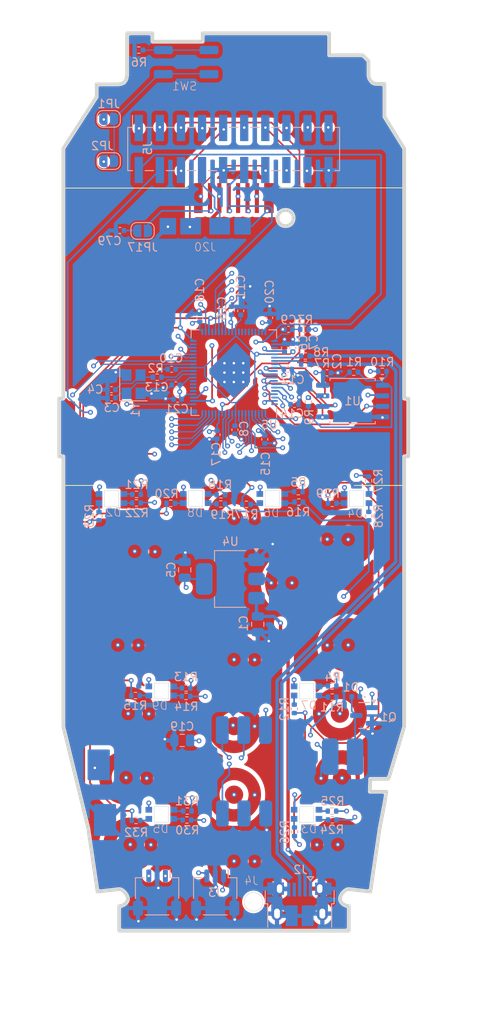
<source format=kicad_pcb>
(kicad_pcb (version 20240108) (generator "pcbnew") (generator_version "8.0")
  (layers (0 "F.Cu" signal) (1 "In1.Cu" signal) (2 "In2.Cu" signal) (31 "B.Cu" signal) (34 "B.Paste" user) (35 "F.Paste" user) (36 "B.SilkS" user "B.Silkscreen") (37 "F.SilkS" user "F.Silkscreen") (38 "B.Mask" user) (39 "F.Mask" user) (44 "Edge.Cuts" user))
  (net 0 "")
  (net 1 "VBUS")
  (net 2 "/XIN")
  (net 3 "Net-(C4-Pad1)")
  (net 4 "+1V1")
  (net 5 "Net-(J1-Pin_7)")
  (net 6 "/VREG_AVDD")
  (net 7 "/FLASH_SS")
  (net 8 "GND")
  (net 9 "+3V3")
  (net 10 "/USB_D+")
  (net 12 "/USB_D-")
  (net 13 "/SWCLK")
  (net 14 "/SWD")
  (net 16 "Net-(R6-Pad1)")
  (net 17 "/XOUT")
  (net 18 "/QSPI_SS")
  (net 19 "Net-(U5-USB_DP)")
  (net 20 "Net-(U5-USB_DM)")
  (net 21 "/RUN")
  (net 22 "/GPIO26")
  (net 23 "/GPIO25")
  (net 24 "/QSPI_SD1")
  (net 25 "/GPIO39")
  (net 26 "/GPIO7")
  (net 27 "/GPIO30")
  (net 28 "/GPIO28")
  (net 29 "/GPIO0")
  (net 30 "/GPIO45_ADC5")
  (net 31 "/GPIO5")
  (net 32 "/GPIO14")
  (net 33 "/GPIO10")
  (net 34 "/QSPI_SCLK")
  (net 35 "/GPIO1")
  (net 36 "/GPIO19")
  (net 37 "/GPIO9")
  (net 38 "/GPIO4")
  (net 39 "/GPIO20")
  (net 40 "/GPIO18")
  (net 41 "/GPIO47_ADC7")
  (net 42 "/GPIO35")
  (net 43 "/GPIO15")
  (net 44 "/GPIO11")
  (net 45 "/GPIO22")
  (net 46 "/GPIO24")
  (net 47 "/VREG_LX")
  (net 48 "/GPIO33")
  (net 49 "/GPIO46_ADC6")
  (net 50 "/GPIO41_ADC1")
  (net 51 "/GPIO27")
  (net 52 "/GPIO44_ADC4")
  (net 53 "/GPIO21")
  (net 54 "/GPIO8")
  (net 55 "/QSPI_SD2")
  (net 56 "/GPIO23")
  (net 57 "/QSPI_SD3")
  (net 58 "/GPIO3")
  (net 59 "/GPIO42_ADC2")
  (net 60 "/QSPI_SD0")
  (net 61 "/GPIO6")
  (net 62 "/GPIO38")
  (net 63 "/GPIO2")
  (net 64 "/GPIO37")
  (net 65 "/GPIO16")
  (net 66 "/GPIO17")
  (net 67 "/GPIO13")
  (net 68 "/GPIO34")
  (net 69 "/GPIO36")
  (net 70 "/GPIO31")
  (net 71 "/GPIO43_ADC3")
  (net 72 "/GPIO40_ADC0")
  (net 73 "/GPIO29")
  (net 74 "/GPIO12")
  (net 75 "/GPIO32")
  (net 76 "Net-(JP17-B)")
  (net 77 "Net-(D1-A)")
  (net 78 "Net-(D2-Pad1)")
  (net 79 "Net-(D2-BK)")
  (net 80 "Net-(D2-GK)")
  (net 81 "Net-(D3-GK)")
  (net 82 "Net-(D3-BK)")
  (net 83 "Net-(D3-RK)")
  (net 84 "Net-(D4-BK)")
  (net 85 "Net-(D4-RK)")
  (net 86 "Net-(D4-GK)")
  (net 87 "Net-(D5-GK)")
  (net 88 "Net-(D5-RK)")
  (net 89 "Net-(D5-BK)")
  (net 90 "Net-(D6-GK)")
  (net 91 "Net-(D6-BK)")
  (net 92 "Net-(D6-RK)")
  (net 93 "Net-(D7-BK)")
  (net 94 "Net-(D7-RK)")
  (net 95 "Net-(D7-GK)")
  (net 96 "Net-(D8-BK)")
  (net 97 "Net-(D8-GK)")
  (net 98 "Net-(D8-RK)")
  (net 99 "Net-(D9-BK)")
  (net 100 "Net-(D9-RK)")
  (net 101 "Net-(D9-GK)")
  (net 102 "Net-(J20-Pin_3)")
  (net 103 "Net-(J20-Pin_2)")
  (net 104 "Net-(JP1-A)")
  (footprint "Jumper:ButtonPads" (layer "F.Cu") (at 56.77 84.775)
    (property "Reference" "KPUP1" (hide yes))
    (property "Value" "Jumper_2_Open")
  )
  (footprint "Jumper:ButtonPads" (layer "F.Cu") (at 50 90)
    (property "Reference" "KPDOWN1" (hide yes))
    (property "Value" "Jumper_2_Open")
  )
  (footprint "Jumper:ButtonPads" (layer "F.Cu") (at 30.02 113.427384)
    (property "Reference" "KP7" (hide yes))
    (property "Value" "Jumper_2_Open" (hide yes))
  )
  (footprint "Jumper:ButtonPads" (layer "F.Cu") (at 43.02 115.475)
    (property "Reference" "KP8" (hide yes))
    (property "Value" "Jumper_2_Open")
  )
  (footprint "Jumper:ButtonPads" (layer "F.Cu") (at 31.05 86.2)
    (property "Reference" "KPC1" (hide yes))
    (property "Value" "C")
  )
  (footprint "Jumper:ButtonPads" (layer "F.Cu") (at 30.52 121.475)
    (property "Reference" "KP*1" (hide yes))
    (property "Value" "Jumper_2_Open")
  )
  (footprint "Jumper:ButtonPads" (layer "F.Cu") (at 43.02 82.25)
    (property "Reference" "KPSELECT1" (hide yes))
    (property "Value" "Jumper_2_Open")
  )
  (footprint "Jumper:ButtonPads" (layer "F.Cu") (at 56.77 97.475)
    (property "Reference" "KP3" (hide yes))
    (property "Value" "3")
  )
  (footprint "Jumper:ButtonPads" (layer "F.Cu") (at 43.02 107.225)
    (property "Reference" "KP5" (hide yes))
    (property "Value" "Jumper_2_Open")
  )
  (footprint "Connector:screen" (layer "F.Cu") (at 42.695 45.7)
    (property "Reference" "J1" (hide yes))
    (property "Value" "Conn_01x07" (hide yes))
  )
  (footprint "Jumper:ButtonPads" (layer "F.Cu") (at 43.02 99.225)
    (property "Reference" "KP2" (hide yes))
    (property "Value" "Jumper_2_Open")
  )
  (footprint "Jumper:ButtonPads" (layer "F.Cu") (at 55.77 105.725)
    (property "Reference" "KP6" (hide yes))
    (property "Value" "Jumper_2_Open" (hide yes))
  )
  (footprint "Jumper:ButtonPads" (layer "F.Cu") (at 56.02 113.475)
    (property "Reference" "KP9" (hide yes))
    (property "Value" "Jumper_2_Open")
  )
  (footprint "Jumper:ButtonPads" (layer "F.Cu") (at 29.02 97.475)
    (property "Reference" "KP1" (hide yes))
    (property "Value" "Jumper_2_Open")
  )
  (footprint "Jumper:ButtonPads" (layer "F.Cu") (at 43.02 123.475)
    (property "Reference" "KP0" (hide yes))
    (property "Value" "Jumper_2_Open" (hide yes))
  )
  (footprint "Jumper:ButtonPads" (layer "F.Cu") (at 30.27 105.725)
    (property "Reference" "KP4" (hide yes))
    (property "Value" "Jumper_2_Open")
  )
  (footprint "Jumper:ButtonPads" (layer "F.Cu") (at 55.52 121.475)
    (property "Reference" "KP#1" (hide yes))
    (property "Value" "Jumper_2_Open" (hide yes))
  )
  (footprint "Capacitor_SMD:C_0805_2012Metric" (layer "B.Cu") (at 36.575 83.925 90)
    (property "Reference" "C5")
    (property "Value" "10u")
  )
  (footprint "Package_SO:SOIC-8_5.23x5.23mm_P1.27mm" (layer "B.Cu") (at 56.8 63.63 180)
    (property "Reference" "U1")
    (property "Value" "W25Q128JVS")
  )
  (footprint "Resistor_SMD:R_0402_1005Metric" (layer "B.Cu") (at 50.265 74.525)
    (property "Reference" "R5")
    (property "Value" "140")
  )
  (footprint "Resistor_SMD:R_0402_1005Metric" (layer "B.Cu") (at 31.035 21.4 180)
    (property "Reference" "R6")
    (property "Value" "1k")
  )
  (footprint "Connector_JST:JST_SH_SM03B-SRSS-TB_1x03-1MP_P1.00mm_Horizontal" (layer "B.Cu") (at 40.25 122.75 180)
    (property "Reference" "J3")
    (property "Value" "SM03B-SRSS-TB")
  )
  (footprint "Connector_JST:JST_SH_SM03B-SRSS-TB_1x03-1MP_P1.00mm_Horizontal" (layer "B.Cu") (at 33.25 122.75 180)
    (property "Reference" "J6" (hide yes))
    (property "Value" "SM03B-SRSS-TB")
  )
  (footprint "Capacitor_SMD:C_0402_1005Metric" (layer "B.Cu") (at 49 59.8)
    (property "Reference" "C12")
    (property "Value" "100n")
  )
  (footprint "Resistor_SMD:R_0402_1005Metric" (layer "B.Cu") (at 50.315 75.775 180)
    (property "Reference" "R16")
    (property "Value" "90")
  )
  (footprint "Resistor_SMD:R_0402_1005Metric" (layer "B.Cu") (at 36.89 112.95)
    (property "Reference" "R30")
    (property "Value" "140")
  )
  (footprint "Resistor_SMD:R_0402_1005Metric" (layer "B.Cu") (at 54.35 114 180)
    (property "Reference" "R25")
    (property "Value" "90")
  )
  (footprint "Resistor_SMD:R_0402_1005Metric" (layer "B.Cu") (at 60.39 60.05)
    (property "Reference" "R10")
    (property "Value" "0")
  )
  (footprint "Resistor_SMD:R_0402_1005Metric" (layer "B.Cu") (at 30.71 114.075)
    (property "Reference" "R32")
    (property "Value" "90")
  )
  (footprint "LED_SMD:RGBLED-reverse" (layer "B.Cu") (at 51.55 115.8875 180)
    (property "Reference" "D3")
    (property "Value" "LED_ARGB")
  )
  (footprint "Capacitor_SMD:C_0402_1005Metric" (layer "B.Cu") (at 38.4 53.6 90)
    (property "Reference" "C18")
    (property "Value" "100n")
  )
  (footprint "Package_TO_SOT_SMD:SOT-23" (layer "B.Cu") (at 58.1875 101.45 180)
    (property "Reference" "Q1")
    (property "Value" "BC847")
  )
  (footprint "Capacitor_SMD:C_0402_1005Metric" (layer "B.Cu") (at 43.325 52.77 90)
    (property "Reference" "C11")
    (property "Value" "100n")
  )
  (footprint "Resistor_SMD:R_0402_1005Metric" (layer "B.Cu") (at 54.34 97.9)
    (property "Reference" "R4")
    (property "Value" "140")
  )
  (footprint "Resistor_SMD:R_0402_1005Metric" (layer "B.Cu") (at 51.11 59.2 180)
    (property "Reference" "R7")
    (property "Value" "27")
  )
  (footprint "Capacitor_SMD:C_0402_1005Metric" (layer "B.Cu") (at 42.2 52.755 90)
    (property "Reference" "C16")
    (property "Value" "100n")
  )
  (footprint "Capacitor_SMD:C_0805_2012Metric" (layer "B.Cu") (at 45.375 90.475 -90)
    (property "Reference" "C1")
    (property "Value" "10u")
  )
  (footprint "Audio_Module:buzzer" (layer "B.Cu") (at 26.678713 118.3 180)
    (property "Reference" "LS2" (hide yes))
    (property "Value" "Buzzer")
  )
  (footprint "Resistor_SMD:R_0402_1005Metric" (layer "B.Cu") (at 54.35 99.225 180)
    (property "Reference" "R11")
    (property "Value" "90")
  )
  (footprint "Capacitor_SMD:C_0402_1005Metric" (layer "B.Cu") (at 28.775 43.1)
    (property "Reference" "C79")
    (property "Value" "100nF")
  )
  (footprint "RP2350_80QFN_minimal:RP2350-QFN-80-1EP_10x10_P0.4mm_EP3.4x3.4mm_ThermalVias" (layer "B.Cu") (at 42.4965 60.2 90)
    (property "Reference" "U5")
    (property "Value" "RP2350_80QFN")
  )
  (footprint "LED_SMD:RGBLED-reverse" (layer "B.Cu") (at 34.05 115.8875 180)
    (property "Reference" "D5")
    (property "Value" "LED_ARGB")
  )
  (footprint "LED_SMD:RGBLED-reverse" (layer "B.Cu") (at 47.425 77.9 180)
    (property "Reference" "D6")
    (property "Value" "LED_ARGB")
  )
  (footprint "LED_SMD:RGBLED-reverse" (layer "B.Cu") (at 51.55 101.05 180)
    (property "Reference" "D7")
    (property "Value" "LED_ARGB")
  )
  (footprint "LED_SMD:RGBLED-reverse" (layer "B.Cu") (at 34.05 101.05 180)
    (property "Reference" "D9")
    (property "Value" "LED_ARGB")
  )
  (footprint "Battery:battery" (layer "B.Cu") (at 39.038102 45.1 180)
    (property "Reference" "J20")
    (property "Value" "Conn_01x04_Pin")
  )
  (footprint "Resistor_SMD:R_0402_1005Metric" (layer "B.Cu") (at 40.915 76 180)
    (property "Reference" "R19")
    (property "Value" "90")
  )
  (footprint "Resistor_SMD:R_0402_1005Metric" (layer "B.Cu") (at 34.9 75.925)
    (property "Reference" "R20")
    (property "Value" "90")
  )
  (footprint "Capacitor_SMD:C_0402_1005Metric" (layer "B.Cu") (at 49.805 64.025)
    (property "Reference" "C14")
    (property "Value" "100n")
  )
  (footprint "LED_SMD:RGBLED-reverse" (layer "B.Cu") (at 38.2 77.9 180)
    (property "Reference" "D8")
    (property "Value" "LED_ARGB")
  )
  (footprint "Capacitor_SMD:C_0402_1005Metric" (layer "B.Cu") (at 49.08 55 180)
    (property "Reference" "C9")
    (property "Value" "4.7u")
  )
  (footprint "Resistor_SMD:R_0402_1005Metric" (layer "B.Cu") (at 49.775 100.65 90)
    (property "Reference" "R12")
    (property "Value" "90")
  )
  (footprint "Capacitor_SMD:C_0402_1005Metric" (layer "B.Cu") (at 53.72 60.225)
    (property "Reference" "C2")
    (property "Value" "100n")
  )
  (footprint "Resistor_SMD:R_0402_1005Metric" (layer "B.Cu") (at 40.94 74.9)
    (property "Reference" "R18")
    (property "Value" "140")
  )
  (footprint "Capacitor_SMD:C_0402_1005Metric" (layer "B.Cu") (at 48.6 57.2 90)
    (property "Reference" "C6")
    (property "Value" "4.7u")
  )
  (footprint "Resistor_SMD:R_0402_1005Metric" (layer "B.Cu") (at 36.75 98.15)
    (property "Reference" "R13")
    (property "Value" "140")
  )
  (footprint "Jumper:SolderJumper-2_P1.3mm_Open_RoundedPad1.0x1.5mm" (layer "B.Cu") (at 31.5 43.15 180)
    (property "Reference" "JP17")
    (property "Value" "SolderJumper_2_Open")
  )
  (footprint "Capacitor_SMD:C_0402_1005Metric" (layer "B.Cu") (at 35.72 63.4 180)
    (property "Reference" "C21")
    (property "Value" "100n")
  )
  (footprint "Resistor_SMD:R_0402_1005Metric" (layer "B.Cu") (at 51.475 63.735 -90)
    (property "Reference" "R9")
    (property "Value" "DNF")
  )
  (footprint "Capacitor_SMD:C_0402_1005Metric" (layer "B.Cu") (at 40.475 67.67 -90)
    (property "Reference" "C17")
    (property "Value" "100n")
  )
  (footprint "Resistor_SMD:R_0402_1005Metric" (layer "B.Cu") (at 58.75 77.46 90)
    (property "Reference" "R28")
    (property "Value" "90")
  )
  (footprint "Button_Switch_SMD:power switch" (layer "B.Cu") (at 36.5 27.8 180)
    (property "Reference" "SW1")
    (property "Value" "SW_Push")
  )
  (footprint "Capacitor_SMD:C_0402_1005Metric" (layer "B.Cu") (at 27.75 62.25 180)
    (property "Reference" "C4")
    (property "Value" "15p")
  )
  (footprint "Resistor_SMD:R_0402_1005Metric" (layer "B.Cu") (at 30.65 99.05)
    (property "Reference" "R15")
    (property "Value" "90")
  )
  (footprint "Capacitor_SMD:C_0402_1005Metric" (layer "B.Cu") (at 27.75 63.25 180)
    (property "Reference" "C3")
    (property "Value" "15p")
  )
  (footprint "Resistor_SMD:R_0402_1005Metric" (layer "B.Cu") (at 33.25 60.75 180)
    (property "Reference" "R2")
    (property "Value" "1k")
  )
  (footprint "Jumper:SolderJumper-2_P1.3mm_Open_RoundedPad1.0x1.5mm" (layer "B.Cu") (at 27.425 34.75 180)
    (property "Reference" "JP2")
    (property "Value" "Jumper_2_Open")
  )
  (footprint "Package_TO_SOT_SMD:SOT-223-3_TabPin2" (layer "B.Cu") (at 42.075 85.025 180)
    (property "Reference" "U4")
    (property "Value" "NCP1117-3.3_SOT223")
  )
  (footprint "Capacitor_SMD:C_0402_1005Metric" (layer "B.Cu") (at 35.5 61.675 180)
    (property "Reference" "C13")
    (property "Value" "100n")
  )
  (footprint "Resistor_SMD:R_0402_1005Metric" (layer "B.Cu") (at 36.735 99.15 180)
    (property "Reference" "R14")
    (property "Value" "90")
  )
  (footprint "Connector:sim connector connector" (layer "B.Cu") (at 43.719 121.8715 180)
    (property "Reference" "J4")
    (property "Value" "Conn_01x06_Pin")
  )
  (footprint "Capacitor_SMD:C_0402_1005Metric" (layer "B.Cu") (at 46.8 53.6 90)
    (property "Reference" "C20")
    (property "Value" "100n")
  )
  (footprint "LED_SMD:RGBLED-reverse" (layer "B.Cu") (at 57.575 77.9 180)
    (property "Reference" "D4")
    (property "Value" "LED_ARGB")
  )
  (footprint "Capacitor_SMD:C_0402_1005Metric" (layer "B.Cu") (at 49.6 57.2 90)
    (property "Reference" "C7")
    (property "Value" "4.7u")
  )
  (footprint "Resistor_SMD:R_0402_1005Metric" (layer "B.Cu") (at 51.11 58.2 180)
    (property "Reference" "R8")
    (property "Value" "27")
  )
  (footprint "Resistor_SMD:R_0402_1005Metric" (layer "B.Cu") (at 58.725 73.21 90)
    (property "Reference" "R27")
    (property "Value" "140")
  )
  (footprint "Capacitor_SMD:C_0402_1005Metric" (layer "B.Cu") (at 35 59.8 180)
    (property "Reference" "C10")
    (property "Value" "4.7u")
  )
  (footprint "Resistor_SMD:R_0402_1005Metric" (layer "B.Cu") (at 51 55 180)
    (property "Reference" "R3")
    (property "Value" "33")
  )
  (footprint "Resistor_SMD:R_0402_1005Metric" (layer "B.Cu") (at 49.8 115.435 90)
    (property "Reference" "R26")
    (property "Value" "90")
  )
  (footprint "Connector_PinHeader_2.54mm:PinHeader_2x10_P2.54mm_Vertical_SMD" (layer "B.Cu") (at 42.475 33.3 -90)
    (property "Reference" "J5")
    (property "Value" "Conn_02x10_Top_Bottom")
  )
  (footprint "Motors:vibrator" (layer "B.Cu") (at 55.6 113.6 180)
    (property "Reference" "M1" (hide yes))
    (property "Value" "Vibration")
  )
  (footprint "Resistor_SMD:R_0402_1005Metric" (layer "B.Cu") (at 54.35 75.925)
    (property "Reference" "R29")
    (property "Value" "90")
  )
  (footprint "Jumper:SolderJumper-2_P1.3mm_Open_RoundedPad1.0x1.5mm" (layer "B.Cu") (at 27.425 29.675 180)
    (property "Reference" "JP1")
    (property "Value" "Jumper_2_Open")
  )
  (footprint "Resistor_SMD:R_0402_1005Metric" (layer "B.Cu") (at 56.94 60.15)
    (property "Reference" "R1")
    (property "Value" "DNF")
  )
  (footprint "Connector_USB:USB_Micro-B_Amphenol_10103594-0001LF_Horizontal" (layer "B.Cu") (at 50.4 124.165 180)
    (property "Reference" "J2")
    (property "Value" "USB_B_Micro")
  )
  (footprint "Capacitor_SMD:C_0805_2012Metric" (layer "B.Cu") (at 36.275 104.45 180)
    (property "Reference" "C19")
    (property "Value" "10u")
  )
  (footprint "Resistor_SMD:R_0402_1005Metric" (layer "B.Cu") (at 54.315 112.95)
    (property "Reference" "R24")
    (property "Value" "140")
  )
  (footprint "Resistor_SMD:R_0402_1005Metric" (layer "B.Cu") (at 26.25 77.45 90)
    (property "Reference" "R23")
    (property "Value" "90")
  )
  (footprint "Capacitor_SMD:C_0402_1005Metric" (layer "B.Cu") (at 46.225 68.225 -90)
    (property "Reference" "C15")
    (property "Value" "100n")
  )
  (footprint "Diode_SMD:D_0402_1005Metric" (layer "B.Cu") (at 57.185 99.2 180)
    (property "Reference" "D1")
    (property "Value" "D")
  )
  (footprint "Resistor_SMD:R_0402_1005Metric" (layer "B.Cu") (at 44.015 76.05)
    (property "Reference" "R17")
    (property "Value" "90")
  )
  (footprint "Resistor_SMD:R_0402_1005Metric" (layer "B.Cu") (at 30.775 74.85)
    (property "Reference" "R21")
    (property "Value" "140")
  )
  (footprint "Resistor_SMD:R_0402_1005Metric" (layer "B.Cu") (at 30.76 75.875 180)
    (property "Reference" "R22")
    (property "Value" "90")
  )
  (footprint "LED_SMD:RGBLED-reverse" (layer "B.Cu") (at 28.05 77.9 180)
    (property "Reference" "D2")
    (property "Value" "LED_ARGB")
  )
  (footprint "Crystal:Crystal_SMD_3225-4Pin_3.2x2.5mm" (layer "B.Cu") (at 30.4 61.6 90)
    (property "Reference" "Y1")
    (property "Value" "ABM8-272-T3")
  )
  (footprint "Resistor_SMD:R_0402_1005Metric" (layer "B.Cu") (at 36.84 114.025 180)
    (property "Reference" "R31")
    (property "Value" "90")
  )
  (footprint "Capacitor_SMD:C_0402_1005Metric" (layer "B.Cu") (at 42.625 67.08 -90)
    (property "Reference" "C8")
    (property "Value" "100n")
  )
  (gr_line (start 62.825 73.775) (end 57 73.775) (stroke (width 0.1)) (layer "F.SilkS"))
  (gr_line (start 22.175 73.775) (end 25.5 73.775) (stroke (width 0.1)) (layer "F.SilkS"))
  (gr_line (start 62.775 37.975) (end 48 37.975) (stroke (width 0.1)) (layer "F.SilkS"))
  (gr_line (start 22.15 38) (end 37 38) (stroke (width 0.1)) (layer "F.SilkS"))
  (gr_rect (start 32.9 112.4) (end 34.6 114.3) (stroke (width 0.05)) (fill none) (layer "Edge.Cuts"))
  (gr_circle (center 44.858098 123.875) (end 44.2 124.775) (stroke (width 0.05)) (fill none) (layer "Edge.Cuts"))
  (gr_rect (start 32.9 97.55) (end 34.6 99.45) (stroke (width 0.05)) (fill none) (layer "Edge.Cuts"))
  (gr_rect (start 46.275 74.4) (end 47.975 76.3) (stroke (width 0.05)) (fill none) (layer "Edge.Cuts"))
  (gr_rect (start 50.4 97.55) (end 52.1 99.45) (stroke (width 0.05)) (fill none) (layer "Edge.Cuts"))
  (gr_rect (start 50.4 112.4) (end 52.1 114.3) (stroke (width 0.05)) (fill none) (layer "Edge.Cuts"))
  (gr_poly (pts (xy 54 22) (xy 55.9 22) (xy 58.0436 22) (xy 58.743594 22.7) (xy 58.743564 24.5) (xy 58.8 24.75) (xy 58.9 24.95) (xy 59.05 25.15) (xy 59.2 25.3) (xy 59.4 25.4) (xy 59.6 25.45) (xy 59.75 25.45) (xy 59.95 25.45) (xy 60.663401 25.45) (xy 60.663401 29.422756) (xy 62.773526 32.816461) (xy 63.036104 33.238764) (xy 63.036104 63.3) (xy 63.536104 63.3) (xy 63.536104 70.3) (xy 63.036104 70.3) (xy 63.036104 102.80077) (xy 61.236332 108.795765) (xy 61.1 109.095765) (xy 58.941041 109.095765) (xy 58.9 110.6) (xy 60.9 110.6) (xy 60.686364 111.897377) (xy 60.092057 114.987095) (xy 58.959118 122.661754) (xy 56.359467 122.361759) (xy 56.315146 122.363722) (xy 56.270299 122.369508) (xy 56.225053 122.378955) (xy 56.179534 122.3919) (xy 56.13387 122.408179) (xy 56.088187 122.427628) (xy 56.042611 122.450086) (xy 55.997271 122.475387) (xy 55.952291 122.503371) (xy 55.9078 122.533872) (xy 55.82079 122.601776) (xy 55.737254 122.677794) (xy 55.658206 122.76062) (xy 55.58466 122.848949) (xy 55.517631 122.941474) (xy 55.458133 123.03689) (xy 55.40718 123.133892) (xy 55.365786 123.231173) (xy 55.348991 123.279511) (xy 55.334966 123.327429) (xy 55.323837 123.374764) (xy 55.315733 123.421352) (xy 55.310779 123.467032) (xy 55.309102 123.511638) (xy 55.310804 123.555366) (xy 55.315781 123.598519) (xy 55.323907 123.641044) (xy 55.335055 123.682887) (xy 55.349097 123.723995) (xy 55.365908 123.764315) (xy 55.38536 123.803794) (xy 55.407327 123.842377) (xy 55.431682 123.880012) (xy 55.458298 123.916646) (xy 55.487049 123.952224) (xy 55.517807 123.986694) (xy 55.584841 124.052096) (xy 55.658386 124.112425) (xy 55.737427 124.167253) (xy 55.820952 124.216155) (xy 55.907945 124.258703) (xy 55.997394 124.29447) (xy 56.088285 124.323031) (xy 56.179603 124.343957) (xy 56.270335 124.356823) (xy 56.315164 124.3601) (xy 56.359467 124.361202) (xy 56.359467 127.36153) (xy 45.659344 127.36153) (xy 43.65947 127.36153) (xy 28.659352 127.36153) (xy 28.659352 124.361202) (xy 28.703653 124.360101) (xy 28.748477 124.356825) (xy 28.793697 124.351426) (xy 28.839189 124.34396) (xy 28.884824 124.334477) (xy 28.930476 124.323034) (xy 28.976019 124.309681) (xy 29.021327 124.294473) (xy 29.066272 124.277464) (xy 29.110729 124.258706) (xy 29.15457 124.238253) (xy 29.19767 124.216158) (xy 29.239902 124.192475) (xy 29.281139 124.167256) (xy 29.321255 124.140556) (xy 29.360123 124.112428) (xy 29.397617 124.082924) (xy 29.43361 124.052099) (xy 29.467976 124.020005) (xy 29.500589 123.986696) (xy 29.531321 123.952226) (xy 29.560046 123.916647) (xy 29.586638 123.880013) (xy 29.610971 123.842378) (xy 29.632917 123.803795) (xy 29.652351 123.764316) (xy 29.669145 123.723996) (xy 29.683174 123.682887) (xy 29.69431 123.641044) (xy 29.702428 123.598519) (xy 29.707401 123.555366) (xy 29.709101 123.511638) (xy 29.707426 123.467032) (xy 29.702477 123.421352) (xy 29.694381 123.374764) (xy 29.683264 123.327429) (xy 29.669253 123.279511) (xy 29.652474 123.231173) (xy 29.633054 123.182579) (xy 29.611119 123.133892) (xy 29.586797 123.085275) (xy 29.560213 123.03689) (xy 29.500767 122.941474) (xy 29.433793 122.848949) (xy 29.360305 122.76062) (xy 29.281315 122.677794) (xy 29.197834 122.601776) (xy 29.154726 122.566728) (xy 29.110876 122.533872) (xy 29.066409 122.503371) (xy 29.021452 122.475387) (xy 28.976132 122.450086) (xy 28.930575 122.427628) (xy 28.884909 122.408179) (xy 28.839258 122.3919) (xy 28.793751 122.378955) (xy 28.748513 122.369508) (xy 28.703671 122.363722) (xy 28.659352 122.361759) (xy 26.0581 122.661754) (xy 24.926762 114.987095) (xy 21.938102 102.800274) (xy 21.938102 70.3) (xy 21.438102 70.3) (xy 21.438102 63.3) (xy 21.938102 63.3) (xy 21.938102 33.238853) (xy 25.946323 27.029904) (xy 25.946323 25.500764) (xy 28.6 25.500764) (xy 28.9 25.45) (xy 29.25 25.3) (xy 29.45 25.05) (xy 29.55 24.8) (xy 29.620101 24.4) (xy 29.620101 19.361414) (xy 32.71 19.361414) (xy 32.71 20.361414) (xy 38.71 20.361414) (xy 38.71 19.361414) (xy 54 19.361414)) (stroke (width 0.399999)) (fill none) (layer "Edge.Cuts"))
  (gr_rect (start 26.9 74.4) (end 28.6 76.3) (stroke (width 0.05)) (fill none) (layer "Edge.Cuts"))
  (gr_rect (start 37.05 74.4) (end 38.75 76.3) (stroke (width 0.05)) (fill none) (layer "Edge.Cuts"))
  (gr_rect (start 56.425 74.4) (end 58.125 76.3) (stroke (width 0.05)) (fill none) (layer "Edge.Cuts"))
  (gr_poly (pts (xy 48.676116 40.654776) (xy 48.629322 40.65825) (xy 48.582927 40.664007) (xy 48.537006 40.672013) (xy 48.491639 40.682237) (xy 48.446902 40.694645) (xy 48.402875 40.709207) (xy 48.359634 40.725889) (xy 48.317259 40.744659) (xy 48.275826 40.765485) (xy 48.235413 40.788336) (xy 48.196099 40.813177) (xy 48.157961 40.839978) (xy 48.121077 40.868707) (xy 48.085526 40.89933) (xy 48.051384 40.931815) (xy 48.018894 40.965952) (xy 47.988266 41.001498) (xy 47.959532 41.038377) (xy 47.932726 41.076509) (xy 47.907878 41.115817) (xy 47.885022 41.156222) (xy 47.86419 41.197646) (xy 47.845413 41.240011) (xy 47.828725 41.283239) (xy 47.814157 41.327252) (xy 47.801741 41.371971) (xy 47.791511 41.417318) (xy 47.783498 41.463216) (xy 47.777734 41.509586) (xy 47.774252 41.556349) (xy 47.773085 41.603429) (xy 47.774237 41.650558) (xy 47.777705 41.697368) (xy 47.783456 41.743781) (xy 47.791459 41.789718) (xy 47.801681 41.835102) (xy 47.814089 41.879855) (xy 47.828651 41.923898) (xy 47.845336 41.967155) (xy 47.86411 42.009546) (xy 47.884942 42.050994) (xy 47.9078 42.091421) (xy 47.93265 42.130749) (xy 47.959461 42.168899) (xy 47.9882 42.205795) (xy 48.018835 42.241358) (xy 48.051334 42.27551) (xy 48.085486 42.308009) (xy 48.121048 42.338644) (xy 48.157944 42.367383) (xy 48.196094 42.394193) (xy 48.235422 42.419043) (xy 48.275849 42.4419) (xy 48.317297 42.462732) (xy 48.359688 42.481507) (xy 48.402944 42.498191) (xy 48.446987 42.512754) (xy 48.49174 42.525162) (xy 48.537124 42.535383) (xy 48.583061 42.543386) (xy 48.629473 42.549137) (xy 48.676283 42.552605) (xy 48.723412 42.553758) (xy 48.770524 42.552581) (xy 48.817316 42.54909) (xy 48.86371 42.543318) (xy 48.909628 42.535296) (xy 48.954992 42.525057) (xy 48.999724 42.512633) (xy 49.043746 42.498056) (xy 49.086981 42.481359) (xy 49.12935 42.462574) (xy 49.170776 42.441734) (xy 49.21118 42.418869) (xy 49.250486 42.394014) (xy 49.288614 42.3672) (xy 49.325488 42.338459) (xy 49.361029 42.307824) (xy 49.395159 42.275327) (xy 49.427637 42.241179) (xy 49.458253 42.205621) (xy 49.486974 42.168732) (xy 49.513767 42.130589) (xy 49.538601 42.09127) (xy 49.561444 42.050854) (xy 49.582262 42.009417) (xy 49.601024 41.967037) (xy 49.617697 41.923794) (xy 49.63225 41.879764) (xy 49.64465 41.835025) (xy 49.654865 41.789656) (xy 49.662862 41.743733) (xy 49.66861 41.697336) (xy 49.672076 41.650542) (xy 49.673227 41.603429) (xy 49.671982 41.554556) (xy 49.668306 41.506324) (xy 49.662259 41.458794) (xy 49.653899 41.412025) (xy 49.643288 41.366076) (xy 49.630484 41.321008) (xy 49.615547 41.27688) (xy 49.598537 41.233751) (xy 49.579513 41.191682) (xy 49.558536 41.150731) (xy 49.535664 41.110959) (xy 49.510957 41.072425) (xy 49.484476 41.035189) (xy 49.456279 40.99931) (xy 49.426427 40.964849) (xy 49.394979 40.931864) (xy 49.361994 40.900415) (xy 49.327532 40.870563) (xy 49.291654 40.842366) (xy 49.254417 40.815885) (xy 49.215883 40.791178) (xy 49.176111 40.768307) (xy 49.135161 40.747329) (xy 49.093091 40.728306) (xy 49.049963 40.711295) (xy 49.005834 40.696359) (xy 48.960766 40.683555) (xy 48.914818 40.672943) (xy 48.868048 40.664584) (xy 48.820518 40.658536) (xy 48.772287 40.65486) (xy 48.723414 40.653615) (xy 48.723229 40.653615)) (stroke (width 0.399999)) (fill none) (layer "Edge.Cuts"))
  (segment (start 49.028455 92.503455) (end 48.125 91.6) (width 0.4) (layer "F.Cu") (net 1))
  (segment (start 49.028455 117.571545) (end 49.028455 92.503455) (width 0.4) (layer "F.Cu") (net 1))
  (segment (start 48.125 91.6) (end 48.125 90.325) (width 0.4) (layer "F.Cu") (net 1))
  (via (at 48.125 90.325) (size 0.6) (drill 0.3) (layers "F.Cu" "B.Cu") (net 1))
  (via (at 49.028455 117.571545) (size 0.6) (drill 0.3) (layers "F.Cu" "B.Cu") (net 1))
  (segment (start 47.325 89.525) (end 48.125 90.325) (width 0.4) (layer "B.Cu") (net 1))
  (segment (start 45.225 87.325) (end 45.225 89.375) (width 0.4) (layer "B.Cu") (net 1))
  (segment (start 45.375 89.525) (end 47.325 89.525) (width 0.4) (layer "B.Cu") (net 1))
  (segment (start 48.125 90.325) (end 48.175 90.325) (width 0.4) (layer "B.Cu") (net 1))
  (segment (start 48.175 90.325) (end 48.15 90.3) (width 0.4) (layer "B.Cu") (net 1))
  (segment (start 51.725 120.26809) (end 51.725 122.4) (width 0.4) (layer "B.Cu") (net 1))
  (segment (start 49.028455 117.571545) (end 51.725 120.26809) (width 0.4) (layer "B.Cu") (net 1))
  (segment (start 36.31669 60.4) (end 35.63669 61.08) (width 0.15) (layer "B.Cu") (net 2))
  (segment (start 34.5 61.08) (end 34.125 61.455) (width 0.15) (layer "B.Cu") (net 2))
  (segment (start 35.63669 61.08) (end 34.5 61.08) (width 0.15) (layer "B.Cu") (net 2))
  (segment (start 28.78 62.7) (end 28.23 63.25) (width 0.15) (layer "B.Cu") (net 2))
  (segment (start 29.55 62.7) (end 28.78 62.7) (width 0.15) (layer "B.Cu") (net 2))
  (segment (start 34.125 61.455) (end 30.795 61.455) (width 0.15) (layer "B.Cu") (net 2))
  (segment (start 37.6 60.4) (end 36.31669 60.4) (width 0.15) (layer "B.Cu") (net 2))
  (segment (start 30.795 61.455) (end 29.55 62.7) (width 0.15) (layer "B.Cu") (net 2))
  (segment (start 28.98 61.5) (end 28.23 62.25) (width 0.15) (layer "B.Cu") (net 3))
  (segment (start 30.25 61.5) (end 31.25 60.5) (width 0.15) (layer "B.Cu") (net 3))
  (segment (start 32.74 60.75) (end 31.5 60.75) (width 0.15) (layer "B.Cu") (net 3))
  (segment (start 30.25 61.5) (end 28.98 61.5) (width 0.15) (layer "B.Cu") (net 3))
  (segment (start 49.625 57.7) (end 49.625 57.625) (width 0.15) (layer "F.Cu") (net 4))
  (segment (start 49.275 57.975) (end 49.55 57.7) (width 0.15) (layer "F.Cu") (net 4))
  (segment (start 45.25 57.975) (end 49.275 57.975) (width 0.15) (layer "F.Cu") (net 4))
  (segment (start 49.55 57.7) (end 49.625 57.7) (width 0.15) (layer "F.Cu") (net 4))
  (segment (start 49.625 57.625) (end 49.575 57.675) (width 0.15) (layer "F.Cu") (net 4))
  (via (at 49.625 57.7) (size 0.6) (drill 0.3) (layers "F.Cu" "B.Cu") (net 4))
  (via (at 45.25 57.975) (size 0.6) (drill 0.3) (layers "F.Cu" "B.Cu") (net 4))
  (segment (start 43.325 53.875) (end 43.325 53.25) (width 0.15) (layer "B.Cu") (net 4))
  (segment (start 42.6965 54.5035) (end 43.325 53.875) (width 0.15) (layer "B.Cu") (net 4))
  (segment (start 45.575 57.9) (end 45.675 58) (width 0.15) (layer "B.Cu") (net 4))
  (segment (start 42.6965 55.3035) (end 42.6965 54.5035) (width 0.15) (layer "B.Cu") (net 4))
  (segment (start 45.25 57.975) (end 45.275 58) (width 0.15) (layer "B.Cu") (net 4))
  (segment (start 38.974966 60.588464) (end 42.189751 63.803249) (width 0.15) (layer "B.Cu") (net 4))
  (segment (start 45.025 57.9) (end 45.575 57.9) (width 0.15) (layer "B.Cu") (net 4))
  (segment (start 42.7315 55.768432) (end 44.963068 58) (width 0.15) (layer "B.Cu") (net 4))
  (segment (start 38.974966 59.524966) (end 42.7315 55.768432) (width 0.15) (layer "B.Cu") (net 4))
  (segment (start 45.025 61.581498) (end 45.025 57.9) (width 0.15) (layer "B.Cu") (net 4))
  (segment (start 42.7315 55.768432) (end 42.7315 55.1) (width 0.15) (layer "B.Cu") (net 4))
  (segment (start 42.6965 63.909998) (end 42.803249 63.803249) (width 0.15) (layer "B.Cu") (net 4))
  (segment (start 42.6965 65.0965) (end 42.6965 63.909998) (width 0.15) (layer "B.Cu") (net 4))
  (segment (start 35.48 59.8) (end 35.68 59.6) (width 0.15) (layer "B.Cu") (net 4))
  (segment (start 38.974966 59.524966) (end 38.974966 60.588464) (width 0.15) (layer "B.Cu") (net 4))
  (segment (start 44.963068 58) (end 45.225 58) (width 0.15) (layer "B.Cu") (net 4))
  (segment (start 42.803249 63.803249) (end 45.025 61.581498) (width 0.15) (layer "B.Cu") (net 4))
  (segment (start 38.899932 59.6) (end 38.974966 59.524966) (width 0.15) (layer "B.Cu") (net 4))
  (segment (start 42.189751 63.803249) (end 42.803249 63.803249) (width 0.15) (layer "B.Cu") (net 4))
  (segment (start 35.68 59.6) (end 37.6 59.6) (width 0.15) (layer "B.Cu") (net 4))
  (segment (start 45.675 58) (end 47.393 58) (width 0.15) (layer "B.Cu") (net 4))
  (segment (start 45.225 58) (end 45.25 57.975) (width 0.15) (layer "B.Cu") (net 4))
  (segment (start 42.6965 65.0965) (end 42.6965 66.4965) (width 0.15) (layer "B.Cu") (net 4))
  (segment (start 45.275 58) (end 45.675 58) (width 0.15) (layer "B.Cu") (net 4))
  (segment (start 37.6 59.6) (end 38.899932 59.6) (width 0.15) (layer "B.Cu") (net 4))
  (via (at 39.75 40.75) (size 0.6) (drill 0.3) (layers "F.Cu" "B.Cu") (net 5))
  (segment (start 32.15 42.395) (end 33.795 40.75) (width 0.2) (layer "B.Cu") (net 5))
  (segment (start 33.795 40.75) (end 38.65 40.75) (width 0.2) (layer "B.Cu") (net 5))
  (segment (start 32.15 43.15) (end 32.15 42.395) (width 0.2) (layer "B.Cu") (net 5))
  (segment (start 39.75 40.75) (end 38.65 40.75) (width 0.15) (layer "B.Cu") (net 5))
  (segment (start 50.49 55) (end 49.56 55) (width 0.15) (layer "B.Cu") (net 6))
  (segment (start 48.228 55.565) (end 48.995 55.565) (width 0.15) (layer "B.Cu") (net 6))
  (segment (start 48.995 55.565) (end 49.56 55) (width 0.15) (layer "B.Cu") (net 6))
  (segment (start 47.393 56.4) (end 48.228 55.565) (width 0.15) (layer "B.Cu") (net 6))
  (segment (start 60.41 61.115) (end 60.9 60.625) (width 0.2) (layer "B.Cu") (net 7))
  (segment (start 57.45 60.15) (end 58.475 61.175) (width 0.2) (layer "B.Cu") (net 7))
  (segment (start 61.199999 61.725) (end 60.4 61.725) (width 0.2) (layer "B.Cu") (net 7))
  (segment (start 53.026628 66.773896) (end 61.476104 66.773896) (width 0.2) (layer "B.Cu") (net 7))
  (segment (start 51.475 64.245) (end 51.475 65.222268) (width 0.2) (layer "B.Cu") (net 7))
  (segment (start 61.5 62.025001) (end 61.199999 61.725) (width 0.2) (layer "B.Cu") (net 7))
  (segment (start 60.41 61.175) (end 60.41 61.115) (width 0.2) (layer "B.Cu") (net 7))
  (segment (start 60.9 60.625) (end 60.9 60.05) (width 0.2) (layer "B.Cu") (net 7))
  (segment (start 61.5 66.75) (end 61.5 62.025001) (width 0.2) (layer "B.Cu") (net 7))
  (segment (start 51.475 65.222268) (end 53.026628 66.773896) (width 0.2) (layer "B.Cu") (net 7))
  (segment (start 58.475 61.175) (end 60.41 61.175) (width 0.2) (layer "B.Cu") (net 7))
  (segment (start 60.41 61.175) (end 60.41 61.715) (width 0.2) (layer "B.Cu") (net 7))
  (segment (start 61.476104 66.773896) (end 61.5 66.75) (width 0.2) (layer "B.Cu") (net 7))
  (segment (start 35.255 43.355) (end 34.55 42.65) (width 0.4) (layer "F.Cu") (net 8))
  (segment (start 38.106666 43.355) (end 35.255 43.355) (width 0.4) (layer "F.Cu") (net 8))
  (segment (start 40.75 40.711666) (end 38.106666 43.355) (width 0.4) (layer "F.Cu") (net 8))
  (via (at 34.55 42.65) (size 0.6) (drill 0.3) (layers "F.Cu" "B.Cu") (net 8))
  (via (at 38 126) (size 0.6) (drill 0.3) (layers "F.Cu" "B.Cu") (net 8))
  (via (at 31 126.2) (size 0.6) (drill 0.3) (layers "F.Cu" "B.Cu") (net 8))
  (via (at 46.45 115.225) (size 0.6) (drill 0.3) (layers "F.Cu" "B.Cu") (net 8))
  (via (at 49.6 56.2) (size 0.6) (drill 0.3) (layers "F.Cu" "B.Cu") (net 8))
  (via (at 50.375 63.175) (size 0.6) (drill 0.3) (layers "F.Cu" "B.Cu") (net 8))
  (via (at 50.2 60.525) (size 0.6) (drill 0.3) (layers "F.Cu" "B.Cu") (net 8))
  (via (at 59.2 103.625) (size 0.6) (drill 0.3) (layers "F.Cu" "B.Cu") (net 8))
  (via (at 60.4 65.6) (size 0.6) (drill 0.3) (layers "F.Cu" "B.Cu") (net 8))
  (via (at 33.6 59.8) (size 0.6) (drill 0.3) (layers "F.Cu" "B.Cu") (net 8))
  (via (at 43.4 68.2) (size 0.6) (drill 0.3) (layers "F.Cu" "B.Cu") (net 8))
  (via (at 40.3125 122.1125) (size 0.6) (drill 0.3) (layers "F.Cu" "B.Cu") (net 8))
  (via (at 47.375 68.69) (size 0.6) (drill 0.3) (layers "F.Cu" "B.Cu") (net 8))
  (via (at 32.575 62.725) (size 0.6) (drill 0.3) (layers "F.Cu" "B.Cu") (net 8))
  (via (at 33.982352 62.01) (size 0.6) (drill 0.3) (layers "F.Cu" "B.Cu") (net 8))
  (via (at 43.675 51.175) (size 0.6) (drill 0.3) (layers "F.Cu" "B.Cu") (net 8))
  (via (at 44.461389 49.8235) (size 0.6) (drill 0.3) (layers "F.Cu" "B.Cu") (net 8))
  (via (at 47.175 80.825) (size 0.6) (drill 0.3) (layers "F.Cu" "B.Cu") (net 8))
  (via (at 48.6 56.2) (size 0.6) (drill 0.3) (layers "F.Cu" "B.Cu") (net 8))
  (via (at 35.6 126) (size 0.6) (drill 0.3) (layers "F.Cu" "B.Cu") (net 8))
  (via (at 39.55 68.225) (size 0.6) (drill 0.3) (layers "F.Cu" "B.Cu") (net 8))
  (via (at 33.4 122.2) (size 0.6) (drill 0.3) (layers "F.Cu" "B.Cu") (net 8))
  (via (at 34.275 63.325) (size 0.6) (drill 0.3) (layers "F.Cu" "B.Cu") (net 8))
  (via (at 53.925 35.875) (size 0.6) (drill 0.3) (layers "F.Cu" "B.Cu") (net 8))
  (via (at 48.4 55) (size 0.6) (drill 0.3) (layers "F.Cu" "B.Cu") (net 8))
  (via (at 46.8 52.2) (size 0.6) (drill 0.3) (layers "F.Cu" "B.Cu") (net 8))
  (via (at 42.6 126) (size 0.6) (drill 0.3) (layers "F.Cu" "B.Cu") (net 8))
  (via (at 40.75 39) (size 0.6) (drill 0.3) (layers "F.Cu" "B.Cu") (net 8))
  (via (at 36.65 81.85) (size 0.6) (drill 0.3) (layers "F.Cu" "B.Cu") (net 8))
  (via (at 38.312865 52.77714) (size 0.6) (drill 0.3) (layers "F.Cu" "B.Cu") (net 8))
  (via (at 34.175 104.3) (size 0.6) (drill 0.3) (layers "F.Cu" "B.Cu") (net 8))
  (via (at 41.275 35.875) (size 0.6) (drill 0.3) (layers "F.Cu" "B.Cu") (net 8))
  (via (at 28.275 60.15) (size 0.6) (drill 0.3) (layers "F.Cu" "B.Cu") (net 8))
  (via (at 55.025 60.225) (size 0.6) (drill 0.3) (layers "F.Cu" "B.Cu") (net 8))
  (via (at 46.7 92.5) (size 0.6) (drill 0.3) (layers "F.Cu" "B.Cu") (net 8))
  (segment (start 28.275 60.15) (end 29.2 60.15) (width 0.8) (layer "B.Cu") (net 8))
  (segment (start 47.393 56.8) (end 49.52 56.8) (width 0.2) (layer "B.Cu") (net 8))
  (segment (start 49.6 56.2) (end 49.6 56.72) (width 0.2) (layer "B.Cu") (net 8))
  (segment (start 28.295 43.1) (end 29.38 44.185) (width 0.2) (layer "B.Cu") (net 8))
  (segment (start 59.125 103.55) (end 59.2 103.625) (width 0.2) (layer "B.Cu") (net 8))
  (segment (start 32.953102 44.185) (end 34.488102 42.65) (width 0.2) (layer "B.Cu") (net 8))
  (segment (start 29.38 44.185) (end 32.953102 44.185) (width 0.2) (layer "B.Cu") (net 8))
  (segment (start 29.2 60.15) (end 29.55 60.5) (width 0.8) (layer "B.Cu") (net 8))
  (segment (start 51.425 125.55) (end 53.375 123.6) (width 0.5) (layer "B.Cu") (net 8))
  (segment (start 45.275 82.725) (end 47.175 80.825) (width 0.4) (layer "B.Cu") (net 8))
  (segment (start 42.479889 51.805) (end 42.2 51.805) (width 0.15) (layer "B.Cu") (net 8))
  (segment (start 39.55 68.225) (end 40.4 68.225) (width 0.2) (layer "B.Cu") (net 8))
  (segment (start 42.8 67.6) (end 43.4 68.2) (width 0.15) (layer "B.Cu") (net 8))
  (segment (start 30.95 126.15) (end 31 126.2) (width 0.2) (layer "B.Cu") (net 8))
  (segment (start 42.55 125.95) (end 42.6 126) (width 0.2) (layer "B.Cu") (net 8))
  (segment (start 34.685 62.01) (end 35.02 61.675) (width 0.2) (layer "B.Cu") (net 8))
  (segment (start 38.4 52.864275) (end 38.4 53.12) (width 0.4) (layer "B.Cu") (net 8))
  (segment (start 46.338 115.113) (end 46.45 115.225) (width 0.2) (layer "B.Cu") (net 8))
  (segment (start 30.95 124.625) (end 30.95 126.15) (width 0.2) (layer "B.Cu") (net 8))
  (segment (start 37.95 124.625) (end 37.95 125.95) (width 0.2) (layer "B.Cu") (net 8))
  (segment (start 42.805 51.479889) (end 42.479889 51.805) (width 0.15) (layer "B.Cu") (net 8))
  (segment (start 42.805 51.095) (end 42.805 51.479889) (width 0.15) (layer "B.Cu") (net 8))
  (segment (start 48.6 56.72) (end 49.6 56.72) (width 0.2) (layer "B.Cu") (net 8))
  (segment (start 46.338 113.243) (end 46.338 115.113) (width 0.2) (layer "B.Cu") (net 8))
  (segment (start 31.25 62.7) (end 32.55 62.7) (width 0.8) (layer "B.Cu") (net 8))
  (segment (start 50.2 60.52) (end 49.48 59.8) (width 0.15) (layer "B.Cu") (net 8))
  (segment (start 38.312865 52.77714) (end 38.4 52.864275) (width 0.4) (layer "B.Cu") (net 8))
  (segment (start 59.125 102.4) (end 59.125 103.55) (width 0.2) (layer "B.Cu") (net 8))
  (segment (start 40.25 122.05) (end 40.25 120.75) (width 0.2) (layer "B.Cu") (net 8))
  (segment (start 47.375 68.69) (end 46.335 68.69) (width 0.2) (layer "B.Cu") (net 8))
  (segment (start 35.55 125.95) (end 35.6 126) (width 0.2) (layer "B.Cu") (net 8))
  (segment (start 47.515 123.6) (end 49.465 125.55) (width 0.5) (layer "B.Cu") (net 8))
  (segment (start 50.2 60.525) (end 50.2 60.52) (width 0.15) (layer "B.Cu") (net 8))
  (segment (start 33.982352 62.01) (end 34.685 62.01) (width 0.2) (layer "B.Cu") (net 8))
  (segment (start 33.25 120.75) (end 33.25 122.05) (width 0.2) (layer "B.Cu") (net 8))
  (segment (start 43.675 51.175) (end 43.675 51.94) (width 0.2) (layer "B.Cu") (net 8))
  (segment (start 40.3125 122.1125) (end 40.25 122.05) (width 0.2) (layer "B.Cu") (net 8))
  (segment (start 54.2 60.225) (end 55.025 60.225) (width 0.2) (layer "B.Cu") (net 8))
  (segment (start 50.285 63.265) (end 50.375 63.175) (width 0.2) (layer "B.Cu") (net 8))
  (segment (start 37.95 125.95) (end 38 126) (width 0.2) (layer "B.Cu") (net 8))
  (segment (start 36.65 81.85) (end 36.65 82.9) (width 0.4) (layer "B.Cu") (net 8))
  (segment (start 50.285 64.025) (end 50.285 63.265) (width 0.2) (layer "B.Cu") (net 8))
  (segment (start 43.675 51.94) (end 43.325 52.29) (width 0.2) (layer "B.Cu") (net 8))
  (segment (start 42.55 124.625) (end 42.55 125.95) (width 0.2) (layer "B.Cu") (net 8))
  (segment (start 48.6 56.2) (end 48.6 56.72) (width 0.2) (layer "B.Cu") (net 8))
  (segment (start 46.8 52.2) (end 46.8 53.12) (width 0.15) (layer "B.Cu") (net 8))
  (segment (start 33.25 122.05) (end 33.4 122.2) (width 0.2) (layer "B.Cu") (net 8))
  (segment (start 42.2 51.805) (end 42.2 52.275) (width 0.15) (layer "B.Cu") (net 8))
  (segment (start 32.55 62.7) (end 32.575 62.725) (width 0.8) (layer "B.Cu") (net 8))
  (segment (start 44.461389 49.8235) (end 44.0765 49.8235) (width 0.15) (layer "B.Cu") (net 8))
  (segment (start 49.465 125.55) (end 47.965 125.55) (width 0.5) (layer "B.Cu") (net 8))
  (segment (start 35.55 124.625) (end 35.55 125.95) (width 0.2) (layer "B.Cu") (net 8))
  (segment (start 53.155 125.28) (end 51.655 125.28) (width 0.5) (layer "B.Cu") (net 8))
  (segment (start 47.393 56.8) (end 48.52 56.8) (width 0.2) (layer "B.Cu") (net 8))
  (segment (start 34.175 104.3) (end 35.175 104.3) (width 0.2) (layer "B.Cu") (net 8))
  (segment (start 45.625 91.425) (end 46.7 92.5) (width 0.4) (layer "B.Cu") (net 8))
  (segment (start 34.275 63.325) (end 35.165 63.325) (width 0.2) (layer "B.Cu") (net 8))
  (segment (start 33.6 59.8) (end 34.52 59.8) (width 0.15) (layer "B.Cu") (net 8))
  (segment (start 44.0765 49.8235) (end 42.805 51.095) (width 0.15) (layer "B.Cu") (net 8))
  (via (at 36.75 86.05) (size 0.6) (drill 0.3) (layers "F.Cu" "B.Cu") (net 9))
  (via (at 48.52 60.45) (size 0.6) (drill 0.3) (layers "F.Cu" "B.Cu") (net 9))
  (via (at 38.3 104.5) (size 0.6) (drill 0.3) (layers "F.Cu" "B.Cu") (net 9))
  (via (at 45 94.75) (size 0.6) (drill 0.3) (layers "F.Cu" "B.Cu") (net 9))
  (via (at 38.7 30.8) (size 0.6) (drill 0.3) (layers "F.Cu" "B.Cu") (net 9))
  (via (at 46.35 100.8) (size 0.6) (drill 0.3) (layers "F.Cu" "B.Cu") (net 9))
  (via (at 52.375 60.2) (size 0.6) (drill 0.3) (layers "F.Cu" "B.Cu") (net 9))
  (via (at 32.25 111.975) (size 0.6) (drill 0.3) (layers "F.Cu" "B.Cu") (net 9))
  (via (at 45.925 54.2) (size 0.6) (drill 0.3) (layers "F.Cu" "B.Cu") (net 9))
  (via (at 39.55 67.3) (size 0.6) (drill 0.3) (layers "F.Cu" "B.Cu") (net 9))
  (via (at 26.325 73.95) (size 0.6) (drill 0.3) (layers "F.Cu" "B.Cu") (net 9))
  (via (at 31.075 30.825) (size 0.6) (drill 0.3) (layers "F.Cu" "B.Cu") (net 9))
  (via (at 52.5 117) (size 0.6) (drill 0.3) (layers "F.Cu" "B.Cu") (net 9))
  (via (at 37.5 54.275) (size 0.6) (drill 0.3) (layers "F.Cu" "B.Cu") (net 9))
  (via (at 45.45 67.175) (size 0.6) (drill 0.3) (layers "F.Cu" "B.Cu") (net 9))
  (via (at 33 81.75) (size 0.6) (drill 0.3) (layers "F.Cu" "B.Cu") (net 9))
  (via (at 36.425 73.975) (size 0.6) (drill 0.3) (layers "F.Cu" "B.Cu") (net 9))
  (via (at 45 77.75) (size 0.6) (drill 0.3) (layers "F.Cu" "B.Cu") (net 9))
  (via (at 48.588923 63.181101) (size 0.6) (drill 0.3) (layers "F.Cu" "B.Cu") (net 9))
  (via (at 52.325 55.025) (size 0.6) (drill 0.3) (layers "F.Cu" "B.Cu") (net 9))
  (via (at 49.75 97.15) (size 0.6) (drill 0.3) (layers "F.Cu" "B.Cu") (net 9))
  (via (at 53.75 93) (size 0.6) (drill 0.3) (layers "F.Cu" "B.Cu") (net 9))
  (via (at 52.75 101.25) (size 0.6) (drill 0.3) (layers "F.Cu" "B.Cu") (net 9))
  (via (at 32.25 101.25) (size 0.6) (drill 0.3) (layers "F.Cu" "B.Cu") (net 9))
  (via (at 53.75 80.25) (size 0.6) (drill 0.3) (layers "F.Cu" "B.Cu") (net 9))
  (via (at 42.125 54.15) (size 0.6) (drill 0.3) (layers "F.Cu" "B.Cu") (net 9))
  (via (at 45.675 73.975) (size 0.6) (drill 0.3) (layers "F.Cu" "B.Cu") (net 9))
  (via (at 57.775 98.25) (size 0.6) (drill 0.3) (layers "F.Cu" "B.Cu") (net 9))
  (via (at 49.825 110.975) (size 0.6) (drill 0.3) (layers "F.Cu" "B.Cu") (net 9))
  (via (at 46.5 40.75) (size 0.6) (drill 0.3) (layers "F.Cu" "B.Cu") (net 9))
  (via (at 45 102.75) (size 0.6) (drill 0.3) (layers "F.Cu" "B.Cu") (net 9))
  (via (at 45 111) (size 0.6) (drill 0.3) (layers "F.Cu" "B.Cu") (net 9))
  (via (at 55.825 74.025) (size 0.6) (drill 0.3) (layers "F.Cu" "B.Cu") (net 9))
  (via (at 47 85.5) (size 0.6) (drill 0.3) (layers "F.Cu" "B.Cu") (net 9))
  (via (at 45 119) (size 0.6) (drill 0.3) (layers "F.Cu" "B.Cu") (net 9))
  (via (at 35.975 62.5) (size 0.6) (drill 0.3) (layers "F.Cu" "B.Cu") (net 9))
  (via (at 46.2 57.325) (size 0.6) (drill 0.3) (layers "F.Cu" "B.Cu") (net 9))
  (via (at 52.525 104.925) (size 0.6) (drill 0.3) (layers "F.Cu" "B.Cu") (net 9))
  (via (at 32 109) (size 0.6) (drill 0.3) (layers "F.Cu" "B.Cu") (net 9))
  (via (at 32.5 117) (size 0.6) (drill 0.3) (layers "F.Cu" "B.Cu") (net 9))
  (via (at 32.25 97.125) (size 0.6) (drill 0.3) (layers "F.Cu" "B.Cu") (net 9))
  (via (at 31 93) (size 0.6) (drill 0.3) (layers "F.Cu" "B.Cu") (net 9))
  (via (at 53 109) (size 0.6) (drill 0.3) (layers "F.Cu" "B.Cu") (net 9))
  (segment (start 26.25 74.025) (end 26.25 74.8) (width 0.2) (layer "B.Cu") (net 9))
  (segment (start 42.2 54.075) (end 42.125 54.15) (width 0.2) (layer "B.Cu") (net 9))
  (segment (start 46.275 67.34169) (end 46.275 67.67) (width 0.15) (layer "B.Cu") (net 9))
  (segment (start 35.975 62.5) (end 35.975 63.175) (width 0.2) (layer "B.Cu") (net 9))
  (segment (start 48.588923 63.181101) (end 48.588923 63.288923) (width 0.2) (layer "B.Cu") (net 9))
  (segment (start 52.375 60.2) (end 53.215 60.2) (width 0.15) (layer "B.Cu") (net 9))
  (segment (start 55.825 74.025) (end 55.825 74.75) (width 0.2) (layer "B.Cu") (net 9))
  (segment (start 40.6965 65.0965) (end 40.6965 66.15) (width 0.15) (layer "B.Cu") (net 9))
  (segment (start 48.32 59.6) (end 48.52 59.8) (width 0.15) (layer "B.Cu") (net 9))
  (segment (start 49.75 97.15) (end 49.75 97.95) (width 0.2) (layer "B.Cu") (net 9))
  (segment (start 45.225 85.025) (end 46.525 85.025) (width 0.4) (layer "B.Cu") (net 9))
  (segment (start 32.25 97.125) (end 32.25 97.95) (width 0.2) (layer "B.Cu") (net 9))
  (segment (start 32.25 111.975) (end 32.25 112.7875) (width 0.2) (layer "B.Cu") (net 9))
  (segment (start 35.975 63.175) (end 36.2 63.4) (width 0.2) (layer "B.Cu") (net 9))
  (segment (start 53.24 60.225) (end 53.805 60.79) (width 0.15) (layer "B.Cu") (net 9))
  (segment (start 46.6375 54.5625) (end 46.8 54.4) (width 0.15) (layer "B.Cu") (net 9))
  (segment (start 39.575 67.3) (end 39.55 67.3) (width 0.15) (layer "B.Cu") (net 9))
  (segment (start 45.675 73.975) (end 45.675 74.75) (width 0.2) (layer "B.Cu") (net 9))
  (segment (start 44.719999 65.119999) (end 44.719999 65.786689) (width 0.15) (layer "B.Cu") (net 9))
  (segment (start 53.24 60.225) (end 53.24 61.685) (width 0.5) (layer "B.Cu") (net 9))
  (segment (start 37.6 62.8) (end 36.8 62.8) (width 0.15) (layer "B.Cu") (net 9))
  (segment (start 37.15 60.8) (end 36.28 61.67) (width 0.15) (layer "B.Cu") (net 9))
  (segment (start 42.2965 54.3215) (end 42.2965 55.3035) (width 0.2) (layer "B.Cu") (net 9))
  (segment (start 44.719999 65.786689) (end 46.275 67.34169) (width 0.15) (layer "B.Cu") (net 9))
  (segment (start 47.858286 62.4) (end 47.393 62.4) (width 0.2) (layer "B.Cu") (net 9))
  (segment (start 36.575 84.875) (end 36.575 85.875) (width 0.2) (layer "B.Cu") (net 9))
  (segment (start 48.588923 63.288923) (end 49.325 64.025) (width 0.2) (layer "B.Cu") (net 9))
  (segment (start 49.825 110.975) (end 49.825 112.7125) (width 0.2) (layer "B.Cu") (net 9))
  (segment (start 52.525 104.925) (end 52.625 104.925) (width 0.2) (layer "B.Cu") (net 9))
  (segment (start 38.4 54.08) (end 37.695 54.08) (width 0.15) (layer "B.Cu") (net 9))
  (segment (start 37.225 104.45) (end 38.25 104.45) (width 0.2) (layer "B.Cu") (net 9))
  (segment (start 42.2 53.235) (end 42.2 54.075) (width 0.2) (layer "B.Cu") (net 9))
  (segment (start 38.25 104.45) (end 38.3 104.5) (width 0.2) (layer "B.Cu") (net 9))
  (segment (start 57.67 98.355) (end 57.775 98.25) (width 0.2) (layer "B.Cu") (net 9))
  (segment (start 36.28 61.725) (end 36.055 61.95) (width 0.15) (layer "B.Cu") (net 9))
  (segment (start 48.52 60.45) (end 48.52 59.8) (width 0.15) (layer "B.Cu") (net 9))
  (segment (start 47.393 59.6) (end 48.32 59.6) (width 0.15) (layer "B.Cu") (net 9))
  (segment (start 40.6965 66.2185) (end 40.45 66.465) (width 0.15) (layer "B.Cu") (net 9))
  (segment (start 45.655 67.175) (end 46.225 67.745) (width 0.4) (layer "B.Cu") (net 9))
  (segment (start 38.4 55.007) (end 38.6965 55.3035) (width 0.15) (layer "B.Cu") (net 9))
  (segment (start 39.685 67.19) (end 39.575 67.3) (width 0.15) (layer "B.Cu") (net 9))
  (segment (start 36.28 61.67) (end 36.28 61.725) (width 0.15) (layer "B.Cu") (net 9))
  (segment (start 36.425 73.975) (end 36.425 74.775) (width 0.2) (layer "B.Cu") (net 9))
  (segment (start 46.475 57.6) (end 47.393 57.6) (width 0.2) (layer "B.Cu") (net 9))
  (segment (start 52.3 55) (end 52.325 55.025) (width 0.2) (layer "B.Cu") (net 9))
  (segment (start 47.393 57.6) (end 48.52 57.6) (width 0.2) (layer "B.Cu") (net 9))
  (segment (start 53.805 60.79) (end 55.79 60.79) (width 0.15) (layer "B.Cu") (net 9))
  (segment (start 40.6965 66.15) (end 40.6965 66.2185) (width 0.15) (layer "B.Cu") (net 9))
  (segment (start 51.51 55) (end 52.3 55) (width 0.2) (layer "B.Cu") (net 9))
  (segment (start 57.67 99.2) (end 57.67 98.355) (width 0.2) (layer "B.Cu") (net 9))
  (segment (start 39.55 67.325) (end 39.6 67.275) (width 0.15) (layer "B.Cu") (net 9))
  (segment (start 46.35 100.8) (end 46.35 103.15) (width 0.2) (layer "B.Cu") (net 9))
  (segment (start 45.925 54.2) (end 46.68 54.2) (width 0.2) (layer "B.Cu") (net 9))
  (segment (start 43.538102 42.6) (end 44.65 42.6) (width 0.2) (layer "B.Cu") (net 9))
  (segment (start 47.393 59.2) (end 47.92 59.2) (width 0.15) (layer "B.Cu") (net 9))
  (segment (start 48.588923 63.181101) (end 48.588923 63.130637) (width 0.2) (layer "B.Cu") (net 9))
  (segment (start 44.65 42.6) (end 46.5 40.75) (width 0.2) (layer "B.Cu") (net 9))
  (segment (start 45.8965 55.3035) (end 46.6375 54.5625) (width 0.15) (layer "B.Cu") (net 9))
  (segment (start 35.98 61.675) (end 35.98 62.495) (width 0.2) (layer "B.Cu") (net 9))
  (segment (start 52.625 104.925) (end 54.1 106.4) (width 0.2) (layer "B.Cu") (net 9))
  (segment (start 36.8 62.8) (end 36.2 63.4) (width 0.15) (layer "B.Cu") (net 9))
  (segment (start 26.325 73.95) (end 26.25 74.025) (width 0.2) (layer "B.Cu") (net 9))
  (segment (start 39.55 67.3) (end 39.55 67.325) (width 0.15) (layer "B.Cu") (net 9))
  (segment (start 42.125 54.15) (end 42.2965 54.3215) (width 0.2) (layer "B.Cu") (net 9))
  (segment (start 40.475 66.49) (end 40.475 67.19) (width 0.15) (layer "B.Cu") (net 9))
  (segment (start 55.79 60.79) (end 56.43 60.15) (width 0.15) (layer "B.Cu") (net 9))
  (segment (start 53 109) (end 53 107.5) (width 0.2) (layer "B.Cu") (net 9))
  (segment (start 37.6 60.8) (end 37.15 60.8) (width 0.15) (layer "B.Cu") (net 9))
  (segment (start 46.2 57.325) (end 46.475 57.6) (width 0.2) (layer "B.Cu") (net 9))
  (segment (start 38.4 54.08) (end 38.4 55.007) (width 0.15) (layer "B.Cu") (net 9))
  (segment (start 48.588923 63.130637) (end 47.858286 62.4) (width 0.2) (layer "B.Cu") (net 9))
  (segment (start 35.98 62.495) (end 35.975 62.5) (width 0.2) (layer "B.Cu") (net 9))
  (segment (start 38.925 85.025) (end 36.725 85.025) (width 0.2) (layer "B.Cu") (net 9))
  (segment (start 47.92 59.2) (end 48.52 59.8) (width 0.15) (layer "B.Cu") (net 9))
  (segment (start 46.2965 54.9035) (end 46.8 54.4) (width 0.15) (layer "B.Cu") (net 9))
  (segment (start 46.2965 54.9035) (end 46.2965 55.3035) (width 0.15) (layer "B.Cu") (net 9))
  (segment (start 46.8 54.4) (end 46.8 54.08) (width 0.15) (layer "B.Cu") (net 9))
  (segment (start 37.695 54.08) (end 37.5 54.275) (width 0.15) (layer "B.Cu") (net 9))
  (segment (start 45.45 67.175) (end 45.655 67.175) (width 0.4) (layer "B.Cu") (net 9))
  (segment (start 36.575 85.875) (end 36.75 86.05) (width 0.2) (layer "B.Cu") (net 9))
  (segment (start 46.525 85.025) (end 47 85.5) (width 0.4) (layer "B.Cu") (net 9))
  (segment (start 40.475 67.19) (end 39.685 67.19) (width 0.15) (layer "B.Cu") (net 9))
  (segment (start 48.588923 63.181101) (end 48.623627 63.146397) (width 0.2) (layer "B.Cu") (net 9))
  (segment (start 40.45 66.465) (end 40.475 66.49) (width 0.15) (layer "B.Cu") (net 9))
  (segment (start 53 107.5) (end 54.1 106.4) (width 0.2) (layer "B.Cu") (net 9))
  (segment (start 61.229756 59.2) (end 62.006104 59.976348) (width 0.4) (layer "B.Cu") (net 10))
  (segment (start 62.006104 59.976348) (end 62.006104 82.961986) (width 0.4) (layer "B.Cu") (net 10))
  (segment (start 62.006104 82.961986) (end 47.7 97.26809) (width 0.4) (layer "B.Cu") (net 10))
  (segment (start 50.425 120.75) (end 50.425 122.4) (width 0.4) (layer "B.Cu") (net 10))
  (segment (start 47.7 97.26809) (end 47.7 118.025) (width 0.4) (layer "B.Cu") (net 10))
  (segment (start 51.62 59.2) (end 61.229756 59.2) (width 0.4) (layer "B.Cu") (net 10))
  (segment (start 47.7 118.025) (end 50.425 120.75) (width 0.4) (layer "B.Cu") (net 10))
  (segment (start 62.586104 59.736104) (end 61.05 58.2) (width 0.4) (layer "B.Cu") (net 12))
  (segment (start 48.28 117.784756) (end 48.28 97.508334) (width 0.4) (layer "B.Cu") (net 12))
  (segment (start 48.28 97.508334) (end 62.586104 83.20223) (width 0.4) (layer "B.Cu") (net 12))
  (segment (start 51.075 120.579756) (end 48.28 117.784756) (width 0.4) (layer "B.Cu") (net 12))
  (segment (start 62.586104 83.20223) (end 62.586104 59.736104) (width 0.4) (layer "B.Cu") (net 12))
  (segment (start 61.05 58.2) (end 51.62 58.2) (width 0.4) (layer "B.Cu") (net 12))
  (segment (start 51.075 122.4) (end 51.075 120.579756) (width 0.4) (layer "B.Cu") (net 12))
  (via (at 34.25 120.75) (size 0.6) (drill 0.3) (layers "F.Cu" "B.Cu") (net 13))
  (via (at 23.068102 62.884793) (size 0.6) (drill 0.3) (layers "F.Cu" "B.Cu") (net 13))
  (segment (start 26.752895 59.2) (end 37.6 59.2) (width 0.15) (layer "B.Cu") (net 13))
  (segment (start 23.068102 62.884793) (end 26.752895 59.2) (width 0.15) (layer "B.Cu") (net 13))
  (via (at 32.25 120.75) (size 0.6) (drill 0.3) (layers "F.Cu" "B.Cu") (net 14))
  (via (at 25.6 59.4) (size 0.6) (drill 0.3) (layers "F.Cu" "B.Cu") (net 14))
  (segment (start 26.2 58.8) (end 37.6 58.8) (width 0.15) (layer "B.Cu") (net 14))
  (segment (start 25.6 59.4) (end 26.2 58.8) (width 0.15) (layer "B.Cu") (net 14))
  (segment (start 31.545 21.4) (end 34 21.4) (width 0.15) (layer "B.Cu") (net 16))
  (segment (start 34 21.4) (end 39.5 21.4) (width 0.15) (layer "B.Cu") (net 16))
  (segment (start 37.6 60) (end 36.25 60) (width 0.15) (layer "B.Cu") (net 17))
  (segment (start 36.25 60) (end 35.5 60.75) (width 0.15) (layer "B.Cu") (net 17))
  (segment (start 35.5 60.75) (end 33.76 60.75) (width 0.15) (layer "B.Cu") (net 17))
  (via (at 58.95 60.05) (size 0.6) (drill 0.3) (layers "F.Cu" "B.Cu") (net 18))
  (via (at 49.45 63.15) (size 0.6) (drill 0.3) (layers "F.Cu" "B.Cu") (net 18))
  (segment (start 59.88 60.05) (end 58.95 60.05) (width 0.2) (layer "B.Cu") (net 18))
  (segment (start 48.3 62) (end 49.45 63.15) (width 0.2) (layer "B.Cu") (net 18))
  (segment (start 47.393 62) (end 48.3 62) (width 0.2) (layer "B.Cu") (net 18))
  (segment (start 50.2 58.8) (end 50.6 59.2) (width 0.2) (layer "B.Cu") (net 19))
  (segment (start 47.393 58.8) (end 50.2 58.8) (width 0.2) (layer "B.Cu") (net 19))
  (segment (start 47.393 58.4) (end 50.4 58.4) (width 0.2) (layer "B.Cu") (net 20))
  (segment (start 50.4 58.4) (end 50.6 58.2) (width 0.2) (layer "B.Cu") (net 20))
  (via (at 26.825 29.75) (size 0.6) (drill 0.3) (layers "F.Cu" "B.Cu") (net 21))
  (via (at 33.575 30.675) (size 0.6) (drill 0.3) (layers "F.Cu" "B.Cu") (net 21))
  (via (at 34.925 58.245) (size 0.6) (drill 0.3) (layers "F.Cu" "B.Cu") (net 21))
  (segment (start 36.65 58.4) (end 37.6 58.4) (width 0.15) (layer "B.Cu") (net 21))
  (segment (start 36.495 58.245) (end 36.65 58.4) (width 0.15) (layer "B.Cu") (net 21))
  (segment (start 34.925 58.245) (end 36.495 58.245) (width 0.15) (layer "B.Cu") (net 21))
  (via (at 58.65 62.9) (size 0.6) (drill 0.3) (layers "F.Cu" "B.Cu") (net 24))
  (via (at 49.325 62.1) (size 0.6) (drill 0.3) (layers "F.Cu" "B.Cu") (net 24))
  (segment (start 58.65 62.9) (end 60.305 62.9) (width 0.2) (layer "B.Cu") (net 24))
  (segment (start 48.825 61.6) (end 49.325 62.1) (width 0.2) (layer "B.Cu") (net 24))
  (segment (start 47.393 61.6) (end 48.825 61.6) (width 0.2) (layer "B.Cu") (net 24))
  (via (at 42.25 51.25) (size 0.6) (drill 0.3) (layers "F.Cu" "B.Cu") (net 25))
  (via (at 44.25 40.75) (size 0.6) (drill 0.3) (layers "F.Cu" "B.Cu") (net 25))
  (via (at 51.4 30.7) (size 0.6) (drill 0.3) (layers "F.Cu" "B.Cu") (net 25))
  (segment (start 41.4965 55.3035) (end 41.4965 52.0035) (width 0.15) (layer "B.Cu") (net 25))
  (segment (start 41.4965 52.0035) (end 42.25 51.25) (width 0.15) (layer "B.Cu") (net 25))
  (via (at 56.27 92.975) (size 0.6) (drill 0.3) (layers "F.Cu" "B.Cu") (net 26))
  (via (at 48.4 68.157274) (size 0.6) (drill 0.3) (layers "F.Cu" "B.Cu") (net 26))
  (segment (start 48.4 68.157274) (end 47.557274 68.157274) (width 0.15) (layer "B.Cu") (net 26))
  (segment (start 45.0965 65.6965) (end 45.0965 65.0965) (width 0.15) (layer "B.Cu") (net 26))
  (segment (start 47.557274 68.157274) (end 45.0965 65.6965) (width 0.15) (layer "B.Cu") (net 26))
  (via (at 50.775 73.425) (size 0.6) (drill 0.3) (layers "F.Cu" "B.Cu") (net 27))
  (via (at 57.25 72.575) (size 0.6) (drill 0.3) (layers "F.Cu" "B.Cu") (net 27))
  (via (at 39.75 73.15) (size 0.6) (drill 0.3) (layers "F.Cu" "B.Cu") (net 27))
  (via (at 56.075 112.95) (size 0.6) (drill 0.3) (layers "F.Cu" "B.Cu") (net 27))
  (via (at 37.325 97.225) (size 0.6) (drill 0.3) (layers "F.Cu" "B.Cu") (net 27))
  (via (at 43.75 30.725) (size 0.6) (drill 0.3) (layers "F.Cu" "B.Cu") (net 27))
  (via (at 35.775 55.825) (size 0.6) (drill 0.3) (layers "F.Cu" "B.Cu") (net 27))
  (via (at 37.475 111.35) (size 0.6) (drill 0.3) (layers "F.Cu" "B.Cu") (net 27))
  (via (at 31.325 73.175) (size 0.6) (drill 0.3) (layers "F.Cu" "B.Cu") (net 27))
  (via (at 54.875 96.55) (size 0.6) (drill 0.3) (layers "F.Cu" "B.Cu") (net 27))
  (segment (start 39.75 73.2) (end 41.45 74.9) (width 0.2) (layer "B.Cu") (net 27))
  (segment (start 37.325 97.225) (end 37.325 98.085) (width 0.2) (layer "B.Cu") (net 27))
  (segment (start 37.475 111.35) (end 37.5 111.35) (width 0.2) (layer "B.Cu") (net 27))
  (segment (start 37.4 112.95) (end 37.4 111.45) (width 0.2) (layer "B.Cu") (net 27))
  (segment (start 54.825 112.95) (end 56.025 112.95) (width 0.2) (layer "B.Cu") (net 27))
  (segment (start 37.134714 57.2) (end 35.775 55.840286) (width 0.2) (layer "B.Cu") (net 27))
  (segment (start 50.775 74.525) (end 50.775 73.55) (width 0.2) (layer "B.Cu") (net 27))
  (segment (start 54.875 96.55) (end 54.875 97.875) (width 0.2) (layer "B.Cu") (net 27))
  (segment (start 56.025 112.95) (end 56.075 112.95) (width 0.2) (layer "B.Cu") (net 27))
  (segment (start 57.25 72.575) (end 58.6 72.575) (width 0.2) (layer "B.Cu") (net 27))
  (segment (start 50.775 73.425) (end 50.9 73.425) (width 0.2) (layer "B.Cu") (net 27))
  (segment (start 50.9 73.425) (end 50.825 73.5) (width 0.2) (layer "B.Cu") (net 27))
  (segment (start 37.5 111.35) (end 37.425 111.425) (width 0.2) (layer "B.Cu") (net 27))
  (segment (start 37.475 111.375) (end 37.475 111.35) (width 0.2) (layer "B.Cu") (net 27))
  (segment (start 31.325 73.175) (end 31.325 74.81) (width 0.2) (layer "B.Cu") (net 27))
  (segment (start 37.4 111.45) (end 37.475 111.375) (width 0.2) (layer "B.Cu") (net 27))
  (segment (start 35.775 55.840286) (end 35.775 55.825) (width 0.2) (layer "B.Cu") (net 27))
  (segment (start 37.6 57.2) (end 37.134714 57.2) (width 0.2) (layer "B.Cu") (net 27))
  (segment (start 50.775 73.55) (end 50.775 73.425) (width 0.2) (layer "B.Cu") (net 27))
  (segment (start 39.75 73.15) (end 39.75 73.2) (width 0.2) (layer "B.Cu") (net 27))
  (via (at 36.1 57.375) (size 0.6) (drill 0.3) (layers "F.Cu" "B.Cu") (net 28))
  (via (at 26.825 34.825) (size 0.6) (drill 0.3) (layers "F.Cu" "B.Cu") (net 28))
  (segment (start 36.1 57.375) (end 36.125 57.4) (width 0.15) (layer "B.Cu") (net 28))
  (segment (start 36.125 57.40831) (end 36.1 57.375) (width 0.15) (layer "B.Cu") (net 28))
  (segment (start 37.6 58) (end 36.71669 58) (width 0.15) (layer "B.Cu") (net 28))
  (segment (start 36.71669 58) (end 36.125 57.40831) (width 0.15) (layer "B.Cu") (net 28))
  (via (at 46.225 62.85) (size 0.6) (drill 0.3) (layers "F.Cu" "B.Cu") (net 29))
  (via (at 51.45 63.2) (size 0.6) (drill 0.3) (layers "F.Cu" "B.Cu") (net 29))
  (via (at 38.25 120.375) (size 0.6) (drill 0.3) (layers "F.Cu" "B.Cu") (net 29))
  (segment (start 46.225 62.85) (end 46.2 62.85) (width 0.2) (layer "B.Cu") (net 29))
  (segment (start 38.25 120.375) (end 38.875 120.375) (width 0.2) (layer "B.Cu") (net 29))
  (segment (start 47.393 62.8) (end 46.25 62.8) (width 0.2) (layer "B.Cu") (net 29))
  (segment (start 46.25 62.8) (end 46.225 62.825) (width 0.2) (layer "B.Cu") (net 29))
  (segment (start 46.225 62.825) (end 46.225 62.85) (width 0.2) (layer "B.Cu") (net 29))
  (segment (start 46.2 62.85) (end 46.225 62.825) (width 0.2) (layer "B.Cu") (net 29))
  (segment (start 38.875 120.375) (end 39.25 120.75) (width 0.2) (layer "B.Cu") (net 29))
  (via (at 47.224096 66.535829) (size 0.6) (drill 0.3) (layers "F.Cu" "B.Cu") (net 31))
  (via (at 55.52 108.975) (size 0.6) (drill 0.3) (layers "F.Cu" "B.Cu") (net 31))
  (segment (start 46.929993 66.559925) (end 45.8965 65.526432) (width 0.15) (layer "B.Cu") (net 31))
  (segment (start 47.2 66.559925) (end 46.929993 66.559925) (width 0.15) (layer "B.Cu") (net 31))
  (segment (start 47.224096 66.535829) (end 47.2 66.559925) (width 0.15) (layer "B.Cu") (net 31))
  (segment (start 45.8965 65.526432) (end 45.8965 65.0965) (width 0.15) (layer "B.Cu") (net 31))
  (via (at 41.4115 69.806528) (size 0.6) (drill 0.3) (layers "F.Cu" "B.Cu") (net 32))
  (via (at 42.4 102.625) (size 0.6) (drill 0.3) (layers "F.Cu" "B.Cu") (net 32))
  (segment (start 41.4115 69.48154) (end 41.1865 69.25654) (width 0.15) (layer "B.Cu") (net 32))
  (segment (start 41.1865 65.7415) (end 41.281432 65.7415) (width 0.15) (layer "B.Cu") (net 32))
  (segment (start 41.4965 65.526432) (end 41.4965 65.0965) (width 0.15) (layer "B.Cu") (net 32))
  (segment (start 41.1865 69.25654) (end 41.1865 65.7415) (width 0.15) (layer "B.Cu") (net 32))
  (segment (start 41.4115 69.806528) (end 41.4115 69.48154) (width 0.15) (layer "B.Cu") (net 32))
  (segment (start 41.281432 65.7415) (end 41.4965 65.526432) (width 0.15) (layer "B.Cu") (net 32))
  (via (at 42.52 118.975) (size 0.6) (drill 0.3) (layers "F.Cu" "B.Cu") (net 33))
  (via (at 43.2 69.8) (size 0.6) (drill 0.3) (layers "F.Cu" "B.Cu") (net 33))
  (segment (start 43.73 67.278421) (end 43.73 66.190814) (width 0.15) (layer "B.Cu") (net 33))
  (segment (start 43.4965 65.957314) (end 43.4965 65.0965) (width 0.15) (layer "B.Cu") (net 33))
  (segment (start 43.2 69.8) (end 43.2 69.651579) (width 0.15) (layer "B.Cu") (net 33))
  (segment (start 43.2 69.651579) (end 44.285 68.566579) (width 0.15) (layer "B.Cu") (net 33))
  (segment (start 43.73 66.190814) (end 43.4965 65.957314) (width 0.15) (layer "B.Cu") (net 33))
  (segment (start 44.285 68.566579) (end 44.284999 68.293198) (width 0.15) (layer "B.Cu") (net 33))
  (segment (start 44.284999 68.293198) (end 44.285 67.833421) (width 0.15) (layer "B.Cu") (net 33))
  (segment (start 44.285 67.833421) (end 43.73 67.278421) (width 0.15) (layer "B.Cu") (net 33))
  (segment (start 49.854756 61) (end 49.959756 61.105) (width 0.2) (layer "F.Cu") (net 34))
  (segment (start 48.760244 61.03) (end 48.790244 61) (width 0.2) (layer "F.Cu") (net 34))
  (segment (start 49.959756 61.105) (end 50.440244 61.105) (width 0.2) (layer "F.Cu") (net 34))
  (segment (start 46.17 60.62) (end 47.724756 60.62) (width 0.2) (layer "F.Cu") (net 34))
  (segment (start 48.134756 61.03) (end 48.760244 61.03) (width 0.2) (layer "F.Cu") (net 34))
  (segment (start 51.825 61.007646) (end 51.825 62.195244) (width 0.2) (layer "F.Cu") (net 34))
  (segment (start 45.675 60.125) (end 46.17 60.62) (width 0.2) (layer "F.Cu") (net 34))
  (segment (start 50.440244 61.105) (end 50.745244 60.8) (width 0.2) (layer "F.Cu") (net 34))
  (segment (start 51.617354 60.8) (end 51.825 61.007646) (width 0.2) (layer "F.Cu") (net 34))
  (segment (start 50.745244 60.8) (end 51.617354 60.8) (width 0.2) (layer "F.Cu") (net 34))
  (segment (start 51.825 62.195244) (end 53.729756 64.1) (width 0.2) (layer "F.Cu") (net 34))
  (segment (start 47.724756 60.62) (end 48.134756 61.03) (width 0.2) (layer "F.Cu") (net 34))
  (segment (start 48.790244 61) (end 49.854756 61) (width 0.2) (layer "F.Cu") (net 34))
  (segment (start 53.729756 64.1) (end 54.7 64.1) (width 0.2) (layer "F.Cu") (net 34))
  (via (at 45.675 60.125) (size 0.6) (drill 0.3) (layers "F.Cu" "B.Cu") (net 34))
  (via (at 54.7 64.1) (size 0.6) (drill 0.3) (layers "F.Cu" "B.Cu") (net 34))
  (segment (start 45.9 60.125) (end 45.675 60.125) (width 0.2) (layer "B.Cu") (net 34))
  (segment (start 47.393 60.4) (end 46.175 60.4) (width 0.2) (layer "B.Cu") (net 34))
  (segment (start 46.175 60.4) (end 45.9 60.125) (width 0.2) (layer "B.Cu") (net 34))
  (segment (start 45.675 60.125) (end 45.675 59.9) (width 0.2) (layer "B.Cu") (net 34))
  (segment (start 54.7 64.1) (end 54.5 64.275) (width 0.2) (layer "B.Cu") (net 34))
  (segment (start 53.2 64.265) (end 54.49 64.265) (width 0.2) (layer "B.Cu") (net 34))
  (segment (start 54.49 64.265) (end 54.7 64.1) (width 0.2) (layer "B.Cu") (net 34))
  (segment (start 45.675 59.9) (end 45.775 60) (width 0.2) (layer "B.Cu") (net 34))
  (via (at 48.385122 64.189878) (size 0.6) (drill 0.3) (layers "F.Cu" "B.Cu") (net 35))
  (via (at 41.138741 122.45033) (size 0.6) (drill 0.3) (layers "F.Cu" "B.Cu") (net 35))
  (segment (start 48.385122 64.189878) (end 48.385122 63.76219) (width 0.15) (layer "B.Cu") (net 35))
  (segment (start 41.25 122.339071) (end 41.138741 122.45033) (width 0.15) (layer "B.Cu") (net 35))
  (segment (start 41.25 120.75) (end 41.25 122.339071) (width 0.15) (layer "B.Cu") (net 35))
  (segment (start 48.385122 63.76219) (end 47.822932 63.2) (width 0.15) (layer "B.Cu") (net 35))
  (segment (start 47.822932 63.2) (end 47.393 63.2) (width 0.15) (layer "B.Cu") (net 35))
  (via (at 35.002443 66.532446) (size 0.6) (drill 0.3) (layers "F.Cu" "B.Cu") (net 36))
  (via (at 29.52 108.927384) (size 0.6) (drill 0.3) (layers "F.Cu" "B.Cu") (net 36))
  (segment (start 35.002443 66.532446) (end 38.090486 66.532446) (width 0.15) (layer "B.Cu") (net 36))
  (segment (start 38.090486 66.532446) (end 39.0965 65.526432) (width 0.15) (layer "B.Cu") (net 36))
  (segment (start 39.0965 65.526432) (end 39.0965 65.0965) (width 0.15) (layer "B.Cu") (net 36))
  (via (at 56.27 80.275) (size 0.6) (drill 0.3) (layers "F.Cu" "B.Cu") (net 37))
  (via (at 44.624761 69.6) (size 0.6) (drill 0.3) (layers "F.Cu" "B.Cu") (net 37))
  (segment (start 44.06 67.06) (end 44.06 66.054124) (width 0.15) (layer "B.Cu") (net 37))
  (segment (start 44.614999 67.614999) (end 44.06 67.06) (width 0.15) (layer "B.Cu") (net 37))
  (segment (start 44.614999 69.590238) (end 44.614999 67.614999) (width 0.15) (layer "B.Cu") (net 37))
  (segment (start 44.06 66.054124) (end 43.8965 65.890624) (width 0.15) (layer "B.Cu") (net 37))
  (segment (start 43.8965 65.890624) (end 43.8965 65.0965) (width 0.15) (layer "B.Cu") (net 37))
  (segment (start 44.624761 69.6) (end 44.614999 69.590238) (width 0.15) (layer "B.Cu") (net 37))
  (via (at 55.02 116.975) (size 0.6) (drill 0.3) (layers "F.Cu" "B.Cu") (net 38))
  (via (at 49.945 65.75) (size 0.6) (drill 0.3) (layers "F.Cu" "B.Cu") (net 38))
  (segment (start 46.2965 65.459742) (end 46.2965 65.0965) (width 0.15) (layer "B.Cu") (net 38))
  (segment (start 49.945 65.75) (end 46.586758 65.75) (width 0.15) (layer "B.Cu") (net 38))
  (segment (start 46.586758 65.75) (end 46.2965 65.459742) (width 0.15) (layer "B.Cu") (net 38))
  (via (at 30.02 116.975) (size 0.6) (drill 0.3) (layers "F.Cu" "B.Cu") (net 39))
  (via (at 35 65.75) (size 0.6) (drill 0.3) (layers "F.Cu" "B.Cu") (net 39))
  (segment (start 38.6965 65.459742) (end 38.6965 65.0965) (width 0.15) (layer "B.Cu") (net 39))
  (segment (start 35 65.75) (end 38.406242 65.75) (width 0.15) (layer "B.Cu") (net 39))
  (segment (start 38.406242 65.75) (end 38.6965 65.459742) (width 0.15) (layer "B.Cu") (net 39))
  (via (at 29.77 101.225) (size 0.6) (drill 0.3) (layers "F.Cu" "B.Cu") (net 40))
  (via (at 35.002854 67.316925) (size 0.6) (drill 0.3) (layers "F.Cu" "B.Cu") (net 40))
  (segment (start 35.002854 67.316925) (end 37.772697 67.316925) (width 0.15) (layer "B.Cu") (net 40))
  (segment (start 39.4965 65.593122) (end 39.4965 65.0965) (width 0.15) (layer "B.Cu") (net 40))
  (segment (start 37.772697 67.316925) (end 39.4965 65.593122) (width 0.15) (layer "B.Cu") (net 40))
  (segment (start 49.050244 59.095) (end 45.884756 59.095) (width 0.2) (layer "F.Cu") (net 43))
  (segment (start 36.73 30.12) (end 47.031104 30.12) (width 0.2) (layer "F.Cu") (net 43))
  (segment (start 50.40435 33.493246) (end 50.40435 57.740894) (width 0.2) (layer "F.Cu") (net 43))
  (segment (start 36.125 30.725) (end 36.73 30.12) (width 0.2) (layer "F.Cu") (net 43))
  (segment (start 44.209833 60.769923) (end 44.209833 61.573577) (width 0.2) (layer "F.Cu") (net 43))
  (segment (start 41.75841 64.025) (end 41.125 64.025) (width 0.2) (layer "F.Cu") (net 43))
  (segment (start 47.031104 30.12) (end 50.40435 33.493246) (width 0.2) (layer "F.Cu") (net 43))
  (segment (start 45.884756 59.095) (end 44.209833 60.769923) (width 0.2) (layer "F.Cu") (net 43))
  (segment (start 50.40435 57.740894) (end 49.050244 59.095) (width 0.2) (layer "F.Cu") (net 43))
  (segment (start 44.209833 61.573577) (end 41.75841 64.025) (width 0.2) (layer "F.Cu") (net 43))
  (via (at 41.945 106.5) (size 0.6) (drill 0.3) (layers "F.Cu" "B.Cu") (net 43))
  (via (at 36.125 30.725) (size 0.6) (drill 0.3) (layers "F.Cu" "B.Cu") (net 43))
  (via (at 41.125 64.025) (size 0.6) (drill 0.3) (layers "F.Cu" "B.Cu") (net 43))
  (segment (start 41.1 105.655) (end 41.1 103.2) (width 0.2) (layer "B.Cu") (net 43))
  (segment (start 41.1 105.655) (end 41.945 106.5) (width 0.2) (layer "B.Cu") (net 43))
  (segment (start 41.0965 65.0965) (end 41.0965 64.0535) (width 0.2) (layer "B.Cu") (net 43))
  (segment (start 41.0965 64.0535) (end 41.125 64.025) (width 0.2) (layer "B.Cu") (net 43))
  (via (at 43 69) (size 0.6) (drill 0.3) (layers "F.Cu" "B.Cu") (net 44))
  (via (at 42.52 110.975) (size 0.6) (drill 0.3) (layers "F.Cu" "B.Cu") (net 44))
  (segment (start 43.0965 66.024004) (end 43.0965 65.0965) (width 0.15) (layer "B.Cu") (net 44))
  (segment (start 43 69) (end 43.384889 69) (width 0.15) (layer "B.Cu") (net 44))
  (segment (start 43.4 67.415111) (end 43.4 66.327504) (width 0.15) (layer "B.Cu") (net 44))
  (segment (start 43.955 68.429889) (end 43.955 67.970111) (width 0.15) (layer "B.Cu") (net 44))
  (segment (start 43.955 67.970111) (end 43.4 67.415111) (width 0.15) (layer "B.Cu") (net 44))
  (segment (start 43.4 66.327504) (end 43.0965 66.024004) (width 0.15) (layer "B.Cu") (net 44))
  (segment (start 43.384889 69) (end 43.955 68.429889) (width 0.15) (layer "B.Cu") (net 44))
  (segment (start 39.875 63.55) (end 39.925 63.6) (width 0.2) (layer "F.Cu") (net 45))
  (segment (start 39.875 56.975) (end 39.875 63.55) (width 0.2) (layer "F.Cu") (net 45))
  (segment (start 39.85 56.95) (end 39.875 56.975) (width 0.2) (layer "F.Cu") (net 45))
  (via (at 41.943009 107.280727) (size 0.6) (drill 0.3) (layers "F.Cu" "B.Cu") (net 45))
  (via (at 36.15 35.925) (size 0.6) (drill 0.3) (layers "F.Cu" "B.Cu") (net 45))
  (via (at 39.925 63.6) (size 0.6) (drill 0.3) (layers "F.Cu" "B.Cu") (net 45))
  (via (at 39.85 56.95) (size 0.6) (drill 0.3) (layers "F.Cu" "B.Cu") (net 45))
  (segment (start 41.119 109.419) (end 41.119 113.243) (width 0.2) (layer "B.Cu") (net 45))
  (segment (start 41.943009 107.280727) (end 41.943009 108.594991) (width 0.2) (layer "B.Cu") (net 45))
  (segment (start 37.6 63.6) (end 39.925 63.6) (width 0.2) (layer "B.Cu") (net 45))
  (segment (start 41.943009 108.594991) (end 41.119 109.419) (width 0.2) (layer "B.Cu") (net 45))
  (segment (start 45.745 35.32) (end 46.325 35.9) (width 0.15) (layer "F.Cu") (net 48))
  (segment (start 38.5 37.865111) (end 41.045111 35.32) (width 0.15) (layer "F.Cu") (net 48))
  (segment (start 41.045111 35.32) (end 45.745 35.32) (width 0.15) (layer "F.Cu") (net 48))
  (via (at 46.325 35.9) (size 0.6) (drill 0.3) (layers "F.Cu" "B.Cu") (net 48))
  (via (at 38.5 52) (size 0.6) (drill 0.3) (layers "F.Cu" "B.Cu") (net 48))
  (via (at 38.5 39) (size 0.6) (drill 0.3) (layers "F.Cu" "B.Cu") (net 48))
  (segment (start 39.0965 52.5965) (end 38.5 52) (width 0.15) (layer "B.Cu") (net 48))
  (segment (start 39.0965 55.3035) (end 39.0965 52.5965) (width 0.15) (layer "B.Cu") (net 48))
  (via (at 53.875 30.7) (size 0.6) (drill 0.3) (layers "F.Cu" "B.Cu") (net 53))
  (via (at 25.75 107.75) (size 0.6) (drill 0.3) (layers "F.Cu" "B.Cu") (net 53))
  (via (at 29.6 64) (size 0.6) (drill 0.3) (layers "F.Cu" "B.Cu") (net 53))
  (segment (start 29.6 64) (end 37.6 64) (width 0.15) (layer "B.Cu") (net 53))
  (via (at 48.375 69.245) (size 0.6) (drill 0.3) (layers "F.Cu" "B.Cu") (net 54))
  (via (at 49.5 85.5) (size 0.6) (drill 0.3) (layers "F.Cu" "B.Cu") (net 54))
  (segment (start 44.39 65.917434) (end 44.2965 65.823934) (width 0.15) (layer "B.Cu") (net 54))
  (segment (start 44.39 66.92331) (end 44.39 65.917434) (width 0.15) (layer "B.Cu") (net 54))
  (segment (start 48.375 69.245) (end 45.05465 69.245) (width 0.15) (layer "B.Cu") (net 54))
  (segment (start 45.035 69.22535) (end 45.035 67.56831) (width 0.15) (layer "B.Cu") (net 54))
  (segment (start 45.035 67.56831) (end 44.39 66.92331) (width 0.15) (layer "B.Cu") (net 54))
  (segment (start 45.05465 69.245) (end 45.035 69.22535) (width 0.15) (layer "B.Cu") (net 54))
  (segment (start 44.2965 65.823934) (end 44.2965 65.0965) (width 0.15) (layer "B.Cu") (net 54))
  (segment (start 46.399449 62.27) (end 46.465244 62.27) (width 0.2) (layer "F.Cu") (net 55))
  (segment (start 56.3 66.425) (end 58.5 64.225) (width 0.2) (layer "F.Cu") (net 55))
  (segment (start 46.805 63.43) (end 49.8 66.425) (width 0.2) (layer "F.Cu") (net 55))
  (segment (start 46.465244 62.27) (end 46.805 62.609756) (width 0.2) (layer "F.Cu") (net 55))
  (segment (start 46.199852 62.070403) (end 46.399449 62.27) (width 0.2) (layer "F.Cu") (net 55))
  (segment (start 46.805 62.609756) (end 46.805 63.43) (width 0.2) (layer "F.Cu") (net 55))
  (segment (start 49.8 66.425) (end 56.3 66.425) (width 0.2) (layer "F.Cu") (net 55))
  (via (at 58.5 64.225) (size 0.6) (drill 0.3) (layers "F.Cu" "B.Cu") (net 55))
  (via (at 46.199852 62.070403) (size 0.6) (drill 0.3) (layers "F.Cu" "B.Cu") (net 55))
  (segment (start 46.927714 61.2) (end 46.199852 61.927862) (width 0.2) (layer "B.Cu") (net 55))
  (segment (start 60.4 64.265) (end 58.54 64.265) (width 0.2) (layer "B.Cu") (net 55))
  (segment (start 46.199852 61.927862) (end 46.199852 62.070403) (width 0.2) (layer "B.Cu") (net 55))
  (segment (start 58.54 64.265) (end 58.5 64.225) (width 0.2) (layer "B.Cu") (net 55))
  (segment (start 47.393 61.2) (end 46.927714 61.2) (width 0.2) (layer "B.Cu") (net 55))
  (via (at 43.385 106.55) (size 0.6) (drill 0.3) (layers "F.Cu" "B.Cu") (net 56))
  (via (at 39.125 62.125) (size 0.6) (drill 0.3) (layers "F.Cu" "B.Cu") (net 56))
  (via (at 25.225 64.975) (size 0.6) (drill 0.3) (layers "F.Cu" "B.Cu") (net 56))
  (segment (start 43.385 106.55) (end 43.7 106.235) (width 0.2) (layer "B.Cu") (net 56))
  (segment (start 22.488102 46.921898) (end 22.488102 63.125037) (width 0.2) (layer "B.Cu") (net 56))
  (segment (start 39.125 62.140286) (end 39.125 62.125) (width 0.2) (layer "B.Cu") (net 56))
  (segment (start 24.338065 64.975) (end 25.225 64.975) (width 0.2) (layer "B.Cu") (net 56))
  (segment (start 22.488102 63.125037) (end 24.338065 64.975) (width 0.2) (layer "B.Cu") (net 56))
  (segment (start 37.6 63.2) (end 38.065286 63.2) (width 0.2) (layer "B.Cu") (net 56))
  (segment (start 33.585 35.825) (end 22.488102 46.921898) (width 0.2) (layer "B.Cu") (net 56))
  (segment (start 43.7 106.235) (end 43.7 103.2) (width 0.2) (layer "B.Cu") (net 56))
  (segment (start 38.065286 63.2) (end 39.125 62.140286) (width 0.2) (layer "B.Cu") (net 56))
  (segment (start 53.475 62.120244) (end 53.45 63) (width 0.2) (layer "F.Cu") (net 57))
  (segment (start 46.375 59.675) (end 51.029756 59.675) (width 0.2) (layer "F.Cu") (net 57))
  (segment (start 51.029756 59.675) (end 53.475 62.120244) (width 0.2) (layer "F.Cu") (net 57))
  (via (at 53.45 63) (size 0.6) (drill 0.3) (layers "F.Cu" "B.Cu") (net 57))
  (via (at 46.375 59.675) (size 0.6) (drill 0.3) (layers "F.Cu" "B.Cu") (net 57))
  (segment (start 46.75 60) (end 46.425 59.675) (width 0.2) (layer "B.Cu") (net 57))
  (segment (start 46.375 59.625) (end 46.4 59.65) (width 0.2) (layer "B.Cu") (net 57))
  (segment (start 46.375 59.675) (end 46.375 59.625) (width 0.2) (layer "B.Cu") (net 57))
  (segment (start 46.425 59.675) (end 46.375 59.675) (width 0.2) (layer "B.Cu") (net 57))
  (segment (start 47.393 60) (end 46.75 60) (width 0.2) (layer "B.Cu") (net 57))
  (segment (start 50.570244 61.5) (end 46.4 61.5) (width 0.2) (layer "F.Cu") (net 60))
  (segment (start 53.175 64.104756) (end 50.570244 61.5) (width 0.2) (layer "F.Cu") (net 60))
  (segment (start 53.175 65.575) (end 53.175 64.104756) (width 0.2) (layer "F.Cu") (net 60))
  (segment (start 46.4 61.5) (end 46.1 61.2) (width 0.2) (layer "F.Cu") (net 60))
  (via (at 46.1 61.2) (size 0.6) (drill 0.3) (layers "F.Cu" "B.Cu") (net 60))
  (via (at 53.175 65.575) (size 0.6) (drill 0.3) (layers "F.Cu" "B.Cu") (net 60))
  (segment (start 46.45 60.8) (end 46.1 61.15) (width 0.2) (layer "B.Cu") (net 60))
  (segment (start 46.1 61.2) (end 46.05 61.2) (width 0.2) (layer "B.Cu") (net 60))
  (segment (start 46.1 61.15) (end 46.1 61.2) (width 0.2) (layer "B.Cu") (net 60))
  (segment (start 46.05 61.2) (end 46.125 61.125) (width 0.2) (layer "B.Cu") (net 60))
  (segment (start 47.393 60.8) (end 46.45 60.8) (width 0.2) (layer "B.Cu") (net 60))
  (via (at 55.27 101.225) (size 0.6) (drill 0.3) (layers "F.Cu" "B.Cu") (net 61))
  (via (at 47.8 67.342371) (size 0.6) (drill 0.3) (layers "F.Cu" "B.Cu") (net 61))
  (segment (start 47.245749 67.342371) (end 45.4965 65.593122) (width 0.15) (layer "B.Cu") (net 61))
  (segment (start 45.4965 65.593122) (end 45.4965 65.0965) (width 0.15) (layer "B.Cu") (net 61))
  (segment (start 47.8 67.342371) (end 47.245749 67.342371) (width 0.15) (layer "B.Cu") (net 61))
  (via (at 51.3 35.925) (size 0.6) (drill 0.3) (layers "F.Cu" "B.Cu") (net 62))
  (via (at 42.25 50.25) (size 0.6) (drill 0.3) (layers "F.Cu" "B.Cu") (net 62))
  (via (at 45.25 39) (size 0.6) (drill 0.3) (layers "F.Cu" "B.Cu") (net 62))
  (segment (start 41.0965 55.3035) (end 41.0965 51.4035) (width 0.15) (layer "B.Cu") (net 62))
  (segment (start 41.0965 51.4035) (end 42.25 50.25) (width 0.15) (layer "B.Cu") (net 62))
  (via (at 46.2 63.8) (size 0.6) (drill 0.3) (layers "F.Cu" "B.Cu") (net 63))
  (via (at 59.15 98.875) (size 0.6) (drill 0.3) (layers "F.Cu" "B.Cu") (net 63))
  (via (at 45.15 56.525) (size 0.6) (drill 0.3) (layers "F.Cu" "B.Cu") (net 63))
  (segment (start 60.225 50.75) (end 56.55 54.425) (width 0.2) (layer "B.Cu") (net 63))
  (segment (start 56.525 54.4) (end 48.175 54.4) (width 0.2) (layer "B.Cu") (net 63))
  (segment (start 59.15 98.875) (end 59.15 100.475) (width 0.2) (layer "B.Cu") (net 63))
  (segment (start 46.2 63.8) (end 46.15 63.8) (width 0.2) (layer "B.Cu") (net 63))
  (segment (start 60.095 33.97) (end 60.225 34.1) (width 0.2) (layer "B.Cu") (net 63))
  (segment (start 46.2 63.75) (end 46.2 63.8) (width 0.2) (layer "B.Cu") (net 63))
  (segment (start 46.15 63.8) (end 46.2 63.75) (width 0.2) (layer "B.Cu") (net 63))
  (segment (start 31.045 35.825) (end 32.9 33.97) (width 0.2) (layer "B.Cu") (net 63))
  (segment (start 32.9 33.97) (end 60.095 33.97) (width 0.2) (layer "B.Cu") (net 63))
  (segment (start 60.225 34.1) (end 60.225 50.75) (width 0.2) (layer "B.Cu") (net 63))
  (segment (start 48.175 54.4) (end 46.05 56.525) (width 0.2) (layer "B.Cu") (net 63))
  (segment (start 47.393 63.6) (end 46.35 63.6) (width 0.2) (layer "B.Cu") (net 63))
  (segment (start 46.05 56.525) (end 45.15 56.525) (width 0.2) (layer "B.Cu") (net 63))
  (segment (start 56.55 54.425) (end 56.525 54.4) (width 0.2) (layer "B.Cu") (net 63))
  (segment (start 46.35 63.6) (end 46.2 63.75) (width 0.2) (layer "B.Cu") (net 63))
  (via (at 42 40.75) (size 0.6) (drill 0.3) (layers "F.Cu" "B.Cu") (net 64))
  (via (at 42.25 49.25) (size 0.6) (drill 0.3) (layers "F.Cu" "B.Cu") (net 64))
  (via (at 48.85 30.775) (size 0.6) (drill 0.3) (layers "F.Cu" "B.Cu") (net 64))
  (segment (start 40.6965 55.3035) (end 40.6965 50.8035) (width 0.15) (layer "B.Cu") (net 64))
  (segment (start 40.6965 50.8035) (end 42.25 49.25) (width 0.15) (layer "B.Cu") (net 64))
  (via (at 35.002543 68.887016) (size 0.6) (drill 0.3) (layers "F.Cu" "B.Cu") (net 65))
  (via (at 30.55 81.7) (size 0.6) (drill 0.3) (layers "F.Cu" "B.Cu") (net 65))
  (segment (start 35.002543 68.887016) (end 37.135986 68.887016) (width 0.15) (layer "B.Cu") (net 65))
  (segment (start 37.135986 68.887016) (end 40.2965 65.726502) (width 0.15) (layer "B.Cu") (net 65))
  (segment (start 40.2965 65.726502) (end 40.2965 65.0965) (width 0.15) (layer "B.Cu") (net 65))
  (via (at 35.003672 68.100997) (size 0.6) (drill 0.3) (layers "F.Cu" "B.Cu") (net 66))
  (via (at 28.52 92.975) (size 0.6) (drill 0.3) (layers "F.Cu" "B.Cu") (net 66))
  (segment (start 35.003672 68.100997) (end 37.455315 68.100997) (width 0.15) (layer "B.Cu") (net 66))
  (segment (start 39.8965 65.659812) (end 39.8965 65.0965) (width 0.15) (layer "B.Cu") (net 66))
  (segment (start 37.455315 68.100997) (end 39.8965 65.659812) (width 0.15) (layer "B.Cu") (net 66))
  (via (at 41.7415 69.026651) (size 0.6) (drill 0.3) (layers "F.Cu" "B.Cu") (net 67))
  (via (at 42.52 94.725) (size 0.6) (drill 0.3) (layers "F.Cu" "B.Cu") (net 67))
  (segment (start 41.5165 65.973122) (end 41.8965 65.593122) (width 0.15) (layer "B.Cu") (net 67))
  (segment (start 41.726651 69.026651) (end 41.5165 68.8165) (width 0.15) (layer "B.Cu") (net 67))
  (segment (start 41.5165 68.8165) (end 41.5165 65.973122) (width 0.15) (layer "B.Cu") (net 67))
  (segment (start 41.7415 69.026651) (end 41.726651 69.026651) (width 0.15) (layer "B.Cu") (net 67))
  (segment (start 41.8965 65.593122) (end 41.8965 65.0965) (width 0.15) (layer "B.Cu") (net 67))
  (segment (start 23.975 78.15) (end 25.125 78.15) (width 0.2) (layer "F.Cu") (net 68))
  (segment (start 42.83 50.52) (end 42.83 51.490244) (width 0.2) (layer "F.Cu") (net 68))
  (segment (start 58.725 74.925) (end 58.725 74.151472) (width 0.2) (layer "F.Cu") (net 68))
  (segment (start 41.9025 71.2725) (end 44.655 74.025) (width 0.2) (layer "F.Cu") (net 68))
  (segment (start 24.980227 94.439532) (end 27.765695 97.225) (width 0.2) (layer "F.Cu") (net 68))
  (segment (start 50.4 116.975) (end 49.755 116.33) (width 0.2) (layer "F.Cu") (net 68))
  (segment (start 51.075 101.125) (end 51.075 102.034305) (width 0.2) (layer "F.Cu") (net 68))
  (segment (start 42.83 51.490244) (end 40.670244 53.65) (width 0.2) (layer "F.Cu") (net 68))
  (segment (start 56.739306 104.76) (end 59.925 101.574306) (width 0.2) (layer "F.Cu") (net 68))
  (segment (start 58.725 74.151472) (end 58.018528 73.445) (width 0.2) (layer "F.Cu") (net 68))
  (segment (start 51.075 110.545244) (end 51.075 101.125) (width 0.2) (layer "F.Cu") (net 68))
  (segment (start 59.925 76.125) (end 58.725 74.925) (width 0.2) (layer "F.Cu") (net 68))
  (segment (start 55.305 73.445) (end 53.825 74.925) (width 0.2) (layer "F.Cu") (net 68))
  (segment (start 27.765695 97.225) (end 30.125 97.225) (width 0.2) (layer "F.Cu") (net 68))
  (segment (start 52.252256 71.2725) (end 53.8 72.820244) (width 0.2) (layer "F.Cu") (net 68))
  (segment (start 24.980227 78.294773) (end 24.980227 94.439532) (width 0.2) (layer "F.Cu") (net 68))
  (segment (start 39.7 53.65) (end 33.123139 53.65) (width 0.2) (layer "F.Cu") (net 68))
  (segment (start 49.755 116.33) (end 49.755 111.865244) (width 0.2) (layer "F.Cu") (net 68))
  (segment (start 41.505 70.875) (end 41.9025 71.2725) (width 0.2) (layer "F.Cu") (net 68))
  (segment (start 28.765695 97.225) (end 30.125 97.225) (width 0.2) (layer "F.Cu") (net 68))
  (segment (start 25.17 109.581689) (end 25.17 100.820695) (width 0.2) (layer "F.Cu") (net 68))
  (segment (start 26.125 77.15) (end 34.375 77.15) (width 0.2) (layer "F.Cu") (net 68))
  (segment (start 23.975 70.875) (end 41.505 70.875) (width 0.2) (layer "F.Cu") (net 68))
  (segment (start 28.513311 112.925) (end 25.17 109.581689) (width 0.2) (layer "F.Cu") (net 68))
  (segment (start 25.17 100.820695) (end 28.765695 97.225) (width 0.2) (layer "F.Cu") (net 68))
  (segment (start 30.225 112.925) (end 28.513311 112.925) (width 0.2) (layer "F.Cu") (net 68))
  (segment (start 50.02435 43.32565) (end 42.83 50.52) (width 0.2) (layer "F.Cu") (net 68))
  (segment (start 49.755 111.865244) (end 51.075 110.545244) (width 0.2) (layer "F.Cu") (net 68))
  (segment (start 23.975 70.875) (end 23.975 78.15) (width 0.2) (layer "F.Cu") (net 68))
  (segment (start 33.123139 53.65) (end 23.975 62.798139) (width 0.2) (layer "F.Cu") (net 68))
  (segment (start 46.3 30.725) (end 50.02435 34.44935) (width 0.2) (layer "F.Cu") (net 68))
  (segment (start 59.925 101.574306) (end 59.925 76.125) (width 0.2) (layer "F.Cu") (net 68))
  (segment (start 25.125 78.15) (end 24.980227 78.294773) (width 0.2) (layer "F.Cu") (net 68))
  (segment (start 41.9025 71.2725) (end 52.252256 71.2725) (width 0.2) (layer "F.Cu") (net 68))
  (segment (start 44.655 74.025) (end 44.675 74.025) (width 0.2) (layer "F.Cu") (net 68))
  (segment (start 25.125 78.15) (end 26.125 77.15) (width 0.2) (layer "F.Cu") (net 68))
  (segment (start 53.800695 104.76) (end 56.739306 104.76) (width 0.2) (layer "F.Cu") (net 68))
  (segment (start 23.975 62.798139) (end 23.975 70.875) (width 0.2) (layer "F.Cu") (net 68))
  (segment (start 40.670244 53.65) (end 39.7 53.65) (width 0.2) (layer "F.Cu") (net 68))
  (segment (start 53.8 72.820244) (end 53.825 74.925) (width 0.2) (layer "F.Cu") (net 68))
  (segment (start 58.018528 73.445) (end 55.305 73.445) (width 0.2) (layer "F.Cu") (net 68))
  (segment (start 50.02435 34.44935) (end 50.02435 43.32565) (width 0.2) (layer "F.Cu") (net 68))
  (segment (start 51.075 102.034305) (end 53.800695 104.76) (width 0.2) (layer "F.Cu") (net 68))
  (via (at 30.125 97.225) (size 0.6) (drill 0.3) (layers "F.Cu" "B.Cu") (net 68))
  (via (at 30.225 112.925) (size 0.6) (drill 0.3) (layers "F.Cu" "B.Cu") (net 68))
  (via (at 25.125 78.15) (size 0.6) (drill 0.3) (layers "F.Cu" "B.Cu") (net 68))
  (via (at 53.825 74.925) (size 0.6) (drill 0.3) (layers "F.Cu" "B.Cu") (net 68))
  (via (at 50.4 116.975) (size 0.6) (drill 0.3) (layers "F.Cu" "B.Cu") (net 68))
  (via (at 39.7 53.65) (size 0.6) (drill 0.3) (layers "F.Cu" "B.Cu") (net 68))
  (via (at 34.375 77.15) (size 0.6) (drill 0.3) (layers "F.Cu" "B.Cu") (net 68))
  (via (at 51.075 101.125) (size 0.6) (drill 0.3) (layers "F.Cu" "B.Cu") (net 68))
  (via (at 46.3 30.725) (size 0.6) (drill 0.3) (layers "F.Cu" "B.Cu") (net 68))
  (via (at 44.675 74.025) (size 0.6) (drill 0.3) (layers "F.Cu" "B.Cu") (net 68))
  (segment (start 30.2 112.95) (end 30.225 112.925) (width 0.2) (layer "B.Cu") (net 68))
  (segment (start 26.25 77.96) (end 25.315 77.96) (width 0.2) (layer "B.Cu") (net 68))
  (segment (start 34.39 75.925) (end 34.375 77.15) (width 0.2) (layer "B.Cu") (net 68))
  (segment (start 30.2 114.075) (end 30.2 112.95) (width 0.2) (layer "B.Cu") (net 68))
  (segment (start 53.825 74.925) (end 53.825 75.91) (width 0.2) (layer "B.Cu") (net 68))
  (segment (start 49.8 116.325) (end 50.4 116.925) (width 0.2) (layer "B.Cu") (net 68))
  (segment (start 39.4965 53.8535) (end 39.7 53.65) (width 0.2) (layer "B.Cu") (net 68))
  (segment (start 25.315 77.96) (end 25.125 78.15) (width 0.2) (layer "B.Cu") (net 68))
  (segment (start 50.4 116.925) (end 50.4 116.975) (width 0.2) (layer "B.Cu") (net 68))
  (segment (start 49.8 115.945) (end 49.8 116.325) (width 0.2) (layer "B.Cu") (net 68))
  (segment (start 43.505 76.05) (end 43.505 75.195) (width 0.2) (layer "B.Cu") (net 68))
  (segment (start 39.4965 55.3035) (end 39.4965 53.8535) (width 0.2) (layer "B.Cu") (net 68))
  (segment (start 49.775 101.16) (end 51.075 101.125) (width 0.2) (layer "B.Cu") (net 68))
  (segment (start 30.14 99.05) (end 30.125 97.225) (width 0.2) (layer "B.Cu") (net 68))
  (segment (start 43.505 75.195) (end 44.675 74.025) (width 0.2) (layer "B.Cu") (net 68))
  (via (at 48.85 35.875) (size 0.6) (drill 0.3) (layers "F.Cu" "B.Cu") (net 69))
  (via (at 43 39) (size 0.6) (drill 0.3) (layers "F.Cu" "B.Cu") (net 69))
  (via (at 42.25 48.25) (size 0.6) (drill 0.3) (layers "F.Cu" "B.Cu") (net 69))
  (segment (start 40.2965 50.2035) (end 42.25 48.25) (width 0.15) (layer "B.Cu") (net 69))
  (segment (start 40.2965 55.3035) (end 40.2965 50.2035) (width 0.15) (layer "B.Cu") (net 69))
  (via (at 42.52 77.75) (size 0.6) (drill 0.3) (layers "F.Cu" "B.Cu") (net 74))
  (via (at 42.277065 68.459576) (size 0.6) (drill 0.3) (layers "F.Cu" "B.Cu") (net 74))
  (segment (start 41.85 68.032511) (end 41.85 66.2) (width 0.15) (layer "B.Cu") (net 74))
  (segment (start 42.277065 68.459576) (end 41.85 68.032511) (width 0.15) (layer "B.Cu") (net 74))
  (segment (start 42.2965 65.7535) (end 42.2965 65.0965) (width 0.15) (layer "B.Cu") (net 74))
  (segment (start 41.85 66.2) (end 42.2965 65.7535) (width 0.15) (layer "B.Cu") (net 74))
  (segment (start 24.355 69.975) (end 24.355 62.955541) (width 0.2) (layer "F.Cu") (net 75))
  (segment (start 24.355 62.955541) (end 32.510541 54.8) (width 0.2) (layer "F.Cu") (net 75))
  (segment (start 32.510541 54.8) (end 36.05 54.8) (width 0.2) (layer "F.Cu") (net 75))
  (segment (start 32.95 70) (end 32.925 69.975) (width 0.2) (layer "F.Cu") (net 75))
  (segment (start 32.925 69.975) (end 24.355 69.975) (width 0.2) (layer "F.Cu") (net 75))
  (via (at 55.725 87.125) (size 0.6) (drill 0.3) (layers "F.Cu" "B.Cu") (net 75))
  (via (at 36.05 54.8) (size 0.6) (drill 0.3) (layers "F.Cu" "B.Cu") (net 75))
  (via (at 32.95 75.825) (size 0.6) (drill 0.3) (layers "F.Cu" "B.Cu") (net 75))
  (via (at 57.075 113.675) (size 0.6) (drill 0.3) (layers "F.Cu" "B.Cu") (net 75))
  (via (at 39.05 99.15) (size 0.6) (drill 0.3) (layers "F.Cu" "B.Cu") (net 75))
  (via (at 38.875 114.075) (size 0.6) (drill 0.3) (layers "F.Cu" "B.Cu") (net 75))
  (via (at 32.95 70) (size 0.6) (drill 0.3) (layers "F.Cu" "B.Cu") (net 75))
  (via (at 51.725 103.8) (size 0.6) (drill 0.3) (layers "F.Cu" "B.Cu") (net 75))
  (segment (start 57.075 113.675) (end 56.75 114) (width 0.2) (layer "B.Cu") (net 75))
  (segment (start 41.759756 37.865244) (end 41.759756 40.17) (width 0.2) (layer "B.Cu") (net 75))
  (segment (start 36.05 54.85) (end 36.05 54.8) (width 0.2) (layer "B.Cu") (net 75))
  (segment (start 32.95 75.825) (end 31.32 75.825) (width 0.2) (layer "B.Cu") (net 75))
  (segment (start 36.05 53.094047) (end 36.05 54.8) (width 0.2) (layer "B.Cu") (net 75))
  (segment (start 37.6 56.4) (end 36.05 54.85) (width 0.2) (layer "B.Cu") (net 75))
  (segment (start 49.7 76.9) (end 50.825 75.775) (width 0.2) (layer "B.Cu") (net 75))
  (segment (start 38.875 114.075) (end 38.75 114.05) (width 0.2) (layer "B.Cu") (net 75))
  (segment (start 42.325 76.9) (end 49.7 76.9) (width 0.2) (layer "B.Cu") (net 75))
  (segment (start 58.75 77.97) (end 58.75 84.1) (width 0.2) (layer "B.Cu") (net 75))
  (segment (start 38.725 114.025) (end 38.875 114.075) (width 0.2) (layer "B.Cu") (net 75))
  (segment (start 47.08 42.064047) (end 36.05 53.094047) (width 0.2) (layer "B.Cu") (net 75))
  (segment (start 46.740244 40.17) (end 47.08 40.509756) (width 0.2) (layer "B.Cu") (net 75))
  (segment (start 51.775 103.045244) (end 51.725 103.8) (width 0.2) (layer "B.Cu") (net 75))
  (segment (start 54.86 99.960244) (end 51.775 103.045244) (width 0.2) (layer "B.Cu") (net 75))
  (segment (start 37.35 114.025) (end 38.725 114.025) (width 0.2) (layer "B.Cu") (net 75))
  (segment (start 47.08 40.509756) (end 47.08 42.064047) (width 0.2) (layer "B.Cu") (net 75))
  (segment (start 54.86 99.225) (end 54.86 99.960244) (width 0.2) (layer "B.Cu") (net 75))
  (segment (start 39.05 99.15) (end 37.245 99.15) (width 0.2) (layer "B.Cu") (net 75))
  (segment (start 41.425 76) (end 42.325 76.9) (width 0.2) (layer "B.Cu") (net 75))
  (segment (start 58.75 84.1) (end 55.725 87.125) (width 0.2) (layer "B.Cu") (net 75))
  (segment (start 53.02 77.97) (end 58.75 77.97) (width 0.2) (layer "B.Cu") (net 75))
  (segment (start 56.75 114) (end 54.86 114) (width 0.2) (layer "B.Cu") (net 75))
  (segment (start 41.759756 40.17) (end 46.740244 40.17) (width 0.2) (layer "B.Cu") (net 75))
  (segment (start 50.825 75.775) (end 53.02 77.97) (width 0.2) (layer "B.Cu") (net 75))
  (segment (start 43.75 35.875) (end 41.759756 37.865244) (width 0.2) (layer "B.Cu") (net 75))
  (segment (start 29.255 43.1) (end 30.8 43.1) (width 0.2) (layer "B.Cu") (net 76))
  (segment (start 57.1 101.625) (end 57.1 106.4) (width 0.2) (layer "B.Cu") (net 77))
  (segment (start 56.7 99.2) (end 56.7 100.9) (width 0.2) (layer "B.Cu") (net 77))
  (segment (start 56.7 100.9) (end 57.25 101.45) (width 0.2) (layer "B.Cu") (net 77))
  (segment (start 29.25 74.8) (end 30.215 74.8) (width 0.2) (layer "B.Cu") (net 78))
  (segment (start 26.25 76.94) (end 26.25 75.9) (width 0.2) (layer "B.Cu") (net 79))
  (segment (start 29.25 75.9) (end 30.225 75.9) (width 0.2) (layer "B.Cu") (net 80))
  (segment (start 53.84 114) (end 52.8625 114) (width 0.2) (layer "B.Cu") (net 81))
  (segment (start 49.75 113.8875) (end 49.75 114.875) (width 0.2) (layer "B.Cu") (net 82))
  (segment (start 53.805 112.95) (end 52.9125 112.95) (width 0.2) (layer "B.Cu") (net 83))
  (segment (start 54.86 75.925) (end 55.75 75.925) (width 0.2) (layer "B.Cu") (net 84))
  (segment (start 58.725 73.72) (end 58.725 74.75) (width 0.2) (layer "B.Cu") (net 85))
  (segment (start 58.75 76.95) (end 58.75 75.925) (width 0.2) (layer "B.Cu") (net 86))
  (segment (start 35.25 113.8875) (end 36.1925 113.8875) (width 0.2) (layer "B.Cu") (net 87))
  (segment (start 36.38 112.95) (end 35.4125 112.95) (width 0.2) (layer "B.Cu") (net 88))
  (segment (start 31.22 114.075) (end 32.0625 114.075) (width 0.2) (layer "B.Cu") (net 89))
  (segment (start 48.625 75.9) (end 49.68 75.9) (width 0.2) (layer "B.Cu") (net 90))
  (segment (start 44.525 76.05) (end 45.475 76.05) (width 0.2) (layer "B.Cu") (net 91))
  (segment (start 49.755 74.525) (end 48.9 74.525) (width 0.2) (layer "B.Cu") (net 92))
  (segment (start 48.9 74.525) (end 48.625 74.8) (width 0.2) (layer "B.Cu") (net 92))
  (segment (start 49.75 99.05) (end 49.75 100.115) (width 0.2) (layer "B.Cu") (net 93))
  (segment (start 53.83 97.9) (end 52.8 97.9) (width 0.2) (layer "B.Cu") (net 94))
  (segment (start 53.84 99.225) (end 52.925 99.225) (width 0.2) (layer "B.Cu") (net 95))
  (segment (start 36.4 75.9) (end 35.435 75.9) (width 0.2) (layer "B.Cu") (net 96))
  (segment (start 40.405 76) (end 39.5 76) (width 0.2) (layer "B.Cu") (net 97))
  (segment (start 40.43 74.9) (end 39.5 74.9) (width 0.2) (layer "B.Cu") (net 98))
  (segment (start 31.16 99.05) (end 32.25 99.05) (width 0.2) (layer "B.Cu") (net 99))
  (segment (start 36.24 98.15) (end 35.45 98.15) (width 0.2) (layer "B.Cu") (net 100))
  (segment (start 35.25 99.05) (end 36.125 99.05) (width 0.2) (layer "B.Cu") (net 101))
  (segment (start 37.2 35.025) (end 41.275 30.95) (width 0.2) (layer "F.Cu") (net 102))
  (segment (start 37.2 42.675) (end 37.2 35.025) (width 0.2) (layer "F.Cu") (net 102))
  (via (at 37.2 42.675) (size 0.6) (drill 0.3) (layers "F.Cu" "B.Cu") (net 102))
  (via (at 41.275 30.95) (size 0.6) (drill 0.3) (layers "F.Cu" "B.Cu") (net 102))
  (segment (start 38.665 37.6) (end 40.172622 39.107622) (width 0.2) (layer "B.Cu") (net 103))
  (segment (start 40.788102 40.967858) (end 40.788102 42.6) (width 0.2) (layer "B.Cu") (net 103))
  (segment (start 38.665 35.825) (end 38.665 37.6) (width 0.2) (layer "B.Cu") (net 103))
  (segment (start 40.172622 40.352378) (end 40.788102 40.967858) (width 0.2) (layer "B.Cu") (net 103))
  (segment (start 40.172622 39.107622) (end 40.172622 40.352378) (width 0.2) (layer "B.Cu") (net 103))
  (segment (start 34 24.25) (end 39.5 24.25) (width 0.15) (layer "B.Cu") (net 104))
  (segment (start 28.075 34.75) (end 28.075 29.675) (width 0.15) (layer "B.Cu") (net 104))
  (segment (start 28.075 29.675) (end 33.45 24.3) (width 0.15) (layer "B.Cu") (net 104))
  (zone (net 8) (net_name "GND") (layer "F.Cu") (priority 1) (connect_pads (clearance 0.5)) (min_thickness 0.25) (fill yes (thermal_gap 0.5) (thermal_bridge_width 0.5))
    (polygon (pts (xy 70.9 16.4) (xy 15.5 16.7) (xy 17.9 136.9) (xy 71.8 135.4) (xy 70.3 15.8)))
  )
  (zone (net 8) (net_name "GND") (layer "B.Cu") (connect_pads (clearance 0.5)) (min_thickness 0.25) (fill yes (thermal_gap 0.5) (thermal_bridge_width 0.5))
    (polygon (pts (xy 70.7 19.3) (xy 15.1 17.2) (xy 17.8 136.6) (xy 71 135.2) (xy 71.4 18.6)))
  )
)
</source>
